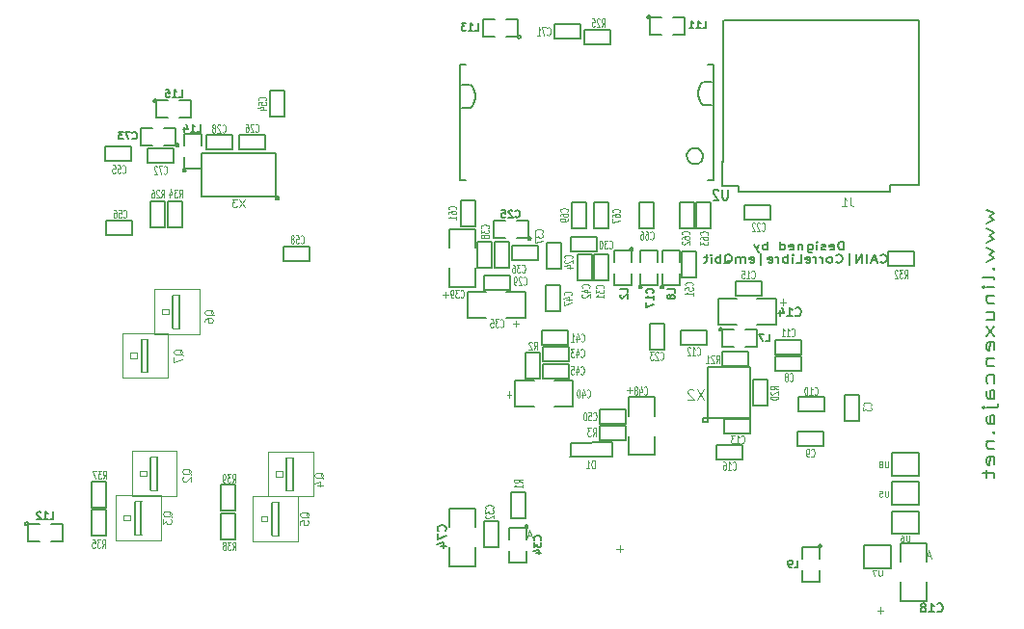
<source format=gbo>
G04 (created by PCBNEW-RS274X (2011-07-20 BZR 3052)-testing) date Wed 05 Oct 2011 06:02:34 PM COT*
G01*
G70*
G90*
%MOIN*%
G04 Gerber Fmt 3.4, Leading zero omitted, Abs format*
%FSLAX34Y34*%
G04 APERTURE LIST*
%ADD10C,0.006000*%
%ADD11C,0.007900*%
%ADD12C,0.005900*%
%ADD13C,0.004300*%
%ADD14C,0.004500*%
%ADD15C,0.007000*%
%ADD16C,0.005000*%
%ADD17C,0.008000*%
%ADD18C,0.002600*%
%ADD19C,0.002000*%
%ADD20C,0.003900*%
%ADD21C,0.004000*%
%ADD22C,0.003500*%
G04 APERTURE END LIST*
G54D10*
G54D11*
X67152Y-40543D02*
X67414Y-40663D01*
X67227Y-40783D01*
X67414Y-40903D01*
X67152Y-41023D01*
X67152Y-41203D02*
X67414Y-41323D01*
X67227Y-41443D01*
X67414Y-41563D01*
X67152Y-41683D01*
X67152Y-41863D02*
X67414Y-41983D01*
X67227Y-42103D01*
X67414Y-42223D01*
X67152Y-42343D01*
X67377Y-42583D02*
X67396Y-42613D01*
X67414Y-42583D01*
X67396Y-42553D01*
X67377Y-42583D01*
X67414Y-42583D01*
X67414Y-42973D02*
X67396Y-42913D01*
X67358Y-42883D01*
X67020Y-42883D01*
X67414Y-43213D02*
X67152Y-43213D01*
X67020Y-43213D02*
X67039Y-43183D01*
X67058Y-43213D01*
X67039Y-43243D01*
X67020Y-43213D01*
X67058Y-43213D01*
X67152Y-43513D02*
X67414Y-43513D01*
X67189Y-43513D02*
X67171Y-43543D01*
X67152Y-43603D01*
X67152Y-43693D01*
X67171Y-43753D01*
X67208Y-43783D01*
X67414Y-43783D01*
X67152Y-44353D02*
X67414Y-44353D01*
X67152Y-44083D02*
X67358Y-44083D01*
X67396Y-44113D01*
X67414Y-44173D01*
X67414Y-44263D01*
X67396Y-44323D01*
X67377Y-44353D01*
X67414Y-44593D02*
X67152Y-44923D01*
X67152Y-44593D02*
X67414Y-44923D01*
X67396Y-45403D02*
X67414Y-45343D01*
X67414Y-45223D01*
X67396Y-45163D01*
X67358Y-45133D01*
X67208Y-45133D01*
X67171Y-45163D01*
X67152Y-45223D01*
X67152Y-45343D01*
X67171Y-45403D01*
X67208Y-45433D01*
X67246Y-45433D01*
X67283Y-45133D01*
X67152Y-45703D02*
X67414Y-45703D01*
X67189Y-45703D02*
X67171Y-45733D01*
X67152Y-45793D01*
X67152Y-45883D01*
X67171Y-45943D01*
X67208Y-45973D01*
X67414Y-45973D01*
X67396Y-46543D02*
X67414Y-46483D01*
X67414Y-46363D01*
X67396Y-46303D01*
X67377Y-46273D01*
X67339Y-46243D01*
X67227Y-46243D01*
X67189Y-46273D01*
X67171Y-46303D01*
X67152Y-46363D01*
X67152Y-46483D01*
X67171Y-46543D01*
X67414Y-47083D02*
X67208Y-47083D01*
X67171Y-47053D01*
X67152Y-46993D01*
X67152Y-46873D01*
X67171Y-46813D01*
X67396Y-47083D02*
X67414Y-47023D01*
X67414Y-46873D01*
X67396Y-46813D01*
X67358Y-46783D01*
X67321Y-46783D01*
X67283Y-46813D01*
X67264Y-46873D01*
X67264Y-47023D01*
X67246Y-47083D01*
X67152Y-47383D02*
X67490Y-47383D01*
X67527Y-47353D01*
X67546Y-47293D01*
X67546Y-47263D01*
X67020Y-47383D02*
X67039Y-47353D01*
X67058Y-47383D01*
X67039Y-47413D01*
X67020Y-47383D01*
X67058Y-47383D01*
X67414Y-47953D02*
X67208Y-47953D01*
X67171Y-47923D01*
X67152Y-47863D01*
X67152Y-47743D01*
X67171Y-47683D01*
X67396Y-47953D02*
X67414Y-47893D01*
X67414Y-47743D01*
X67396Y-47683D01*
X67358Y-47653D01*
X67321Y-47653D01*
X67283Y-47683D01*
X67264Y-47743D01*
X67264Y-47893D01*
X67246Y-47953D01*
X67377Y-48253D02*
X67396Y-48283D01*
X67414Y-48253D01*
X67396Y-48223D01*
X67377Y-48253D01*
X67414Y-48253D01*
X67152Y-48553D02*
X67414Y-48553D01*
X67189Y-48553D02*
X67171Y-48583D01*
X67152Y-48643D01*
X67152Y-48733D01*
X67171Y-48793D01*
X67208Y-48823D01*
X67414Y-48823D01*
X67396Y-49363D02*
X67414Y-49303D01*
X67414Y-49183D01*
X67396Y-49123D01*
X67358Y-49093D01*
X67208Y-49093D01*
X67171Y-49123D01*
X67152Y-49183D01*
X67152Y-49303D01*
X67171Y-49363D01*
X67208Y-49393D01*
X67246Y-49393D01*
X67283Y-49093D01*
X67152Y-49573D02*
X67152Y-49813D01*
X67020Y-49663D02*
X67358Y-49663D01*
X67396Y-49693D01*
X67414Y-49753D01*
X67414Y-49813D01*
G54D12*
X62221Y-41931D02*
X62221Y-41655D01*
X62136Y-41655D01*
X62086Y-41668D01*
X62052Y-41694D01*
X62035Y-41720D01*
X62018Y-41773D01*
X62018Y-41812D01*
X62035Y-41865D01*
X62052Y-41891D01*
X62086Y-41918D01*
X62136Y-41931D01*
X62221Y-41931D01*
X61732Y-41918D02*
X61766Y-41931D01*
X61833Y-41931D01*
X61867Y-41918D01*
X61884Y-41891D01*
X61884Y-41786D01*
X61867Y-41760D01*
X61833Y-41747D01*
X61766Y-41747D01*
X61732Y-41760D01*
X61715Y-41786D01*
X61715Y-41812D01*
X61884Y-41839D01*
X61581Y-41918D02*
X61547Y-41931D01*
X61479Y-41931D01*
X61446Y-41918D01*
X61429Y-41891D01*
X61429Y-41878D01*
X61446Y-41852D01*
X61479Y-41839D01*
X61530Y-41839D01*
X61564Y-41826D01*
X61581Y-41799D01*
X61581Y-41786D01*
X61564Y-41760D01*
X61530Y-41747D01*
X61479Y-41747D01*
X61446Y-41760D01*
X61277Y-41931D02*
X61277Y-41747D01*
X61277Y-41655D02*
X61294Y-41668D01*
X61277Y-41681D01*
X61260Y-41668D01*
X61277Y-41655D01*
X61277Y-41681D01*
X60956Y-41747D02*
X60956Y-41970D01*
X60973Y-41996D01*
X60990Y-42010D01*
X61023Y-42023D01*
X61074Y-42023D01*
X61108Y-42010D01*
X60956Y-41918D02*
X60990Y-41931D01*
X61057Y-41931D01*
X61091Y-41918D01*
X61108Y-41904D01*
X61125Y-41878D01*
X61125Y-41799D01*
X61108Y-41773D01*
X61091Y-41760D01*
X61057Y-41747D01*
X60990Y-41747D01*
X60956Y-41760D01*
X60788Y-41747D02*
X60788Y-41931D01*
X60788Y-41773D02*
X60771Y-41760D01*
X60737Y-41747D01*
X60687Y-41747D01*
X60653Y-41760D01*
X60636Y-41786D01*
X60636Y-41931D01*
X60333Y-41918D02*
X60367Y-41931D01*
X60434Y-41931D01*
X60468Y-41918D01*
X60485Y-41891D01*
X60485Y-41786D01*
X60468Y-41760D01*
X60434Y-41747D01*
X60367Y-41747D01*
X60333Y-41760D01*
X60316Y-41786D01*
X60316Y-41812D01*
X60485Y-41839D01*
X60013Y-41931D02*
X60013Y-41655D01*
X60013Y-41918D02*
X60047Y-41931D01*
X60114Y-41931D01*
X60148Y-41918D01*
X60165Y-41904D01*
X60182Y-41878D01*
X60182Y-41799D01*
X60165Y-41773D01*
X60148Y-41760D01*
X60114Y-41747D01*
X60047Y-41747D01*
X60013Y-41760D01*
X59575Y-41931D02*
X59575Y-41655D01*
X59575Y-41760D02*
X59541Y-41747D01*
X59474Y-41747D01*
X59440Y-41760D01*
X59423Y-41773D01*
X59406Y-41799D01*
X59406Y-41878D01*
X59423Y-41904D01*
X59440Y-41918D01*
X59474Y-41931D01*
X59541Y-41931D01*
X59575Y-41918D01*
X59288Y-41747D02*
X59204Y-41931D01*
X59120Y-41747D02*
X59204Y-41931D01*
X59238Y-41996D01*
X59255Y-42010D01*
X59288Y-42023D01*
X63475Y-42349D02*
X63492Y-42363D01*
X63543Y-42376D01*
X63577Y-42376D01*
X63627Y-42363D01*
X63661Y-42336D01*
X63678Y-42310D01*
X63695Y-42257D01*
X63695Y-42218D01*
X63678Y-42165D01*
X63661Y-42139D01*
X63627Y-42113D01*
X63577Y-42100D01*
X63543Y-42100D01*
X63492Y-42113D01*
X63475Y-42126D01*
X63341Y-42297D02*
X63172Y-42297D01*
X63374Y-42376D02*
X63256Y-42100D01*
X63138Y-42376D01*
X63021Y-42376D02*
X63021Y-42100D01*
X62852Y-42376D02*
X62852Y-42100D01*
X62649Y-42376D01*
X62649Y-42100D01*
X62396Y-42468D02*
X62396Y-42073D01*
X61941Y-42349D02*
X61958Y-42363D01*
X62009Y-42376D01*
X62043Y-42376D01*
X62093Y-42363D01*
X62127Y-42336D01*
X62144Y-42310D01*
X62161Y-42257D01*
X62161Y-42218D01*
X62144Y-42165D01*
X62127Y-42139D01*
X62093Y-42113D01*
X62043Y-42100D01*
X62009Y-42100D01*
X61958Y-42113D01*
X61941Y-42126D01*
X61739Y-42376D02*
X61773Y-42363D01*
X61790Y-42349D01*
X61807Y-42323D01*
X61807Y-42244D01*
X61790Y-42218D01*
X61773Y-42205D01*
X61739Y-42192D01*
X61689Y-42192D01*
X61655Y-42205D01*
X61638Y-42218D01*
X61621Y-42244D01*
X61621Y-42323D01*
X61638Y-42349D01*
X61655Y-42363D01*
X61689Y-42376D01*
X61739Y-42376D01*
X61470Y-42376D02*
X61470Y-42192D01*
X61470Y-42244D02*
X61453Y-42218D01*
X61436Y-42205D01*
X61402Y-42192D01*
X61369Y-42192D01*
X61251Y-42376D02*
X61251Y-42192D01*
X61251Y-42244D02*
X61234Y-42218D01*
X61217Y-42205D01*
X61183Y-42192D01*
X61150Y-42192D01*
X60897Y-42363D02*
X60931Y-42376D01*
X60998Y-42376D01*
X61032Y-42363D01*
X61049Y-42336D01*
X61049Y-42231D01*
X61032Y-42205D01*
X60998Y-42192D01*
X60931Y-42192D01*
X60897Y-42205D01*
X60880Y-42231D01*
X60880Y-42257D01*
X61049Y-42284D01*
X60560Y-42376D02*
X60729Y-42376D01*
X60729Y-42100D01*
X60442Y-42376D02*
X60442Y-42192D01*
X60442Y-42100D02*
X60459Y-42113D01*
X60442Y-42126D01*
X60425Y-42113D01*
X60442Y-42100D01*
X60442Y-42126D01*
X60273Y-42376D02*
X60273Y-42100D01*
X60273Y-42205D02*
X60239Y-42192D01*
X60172Y-42192D01*
X60138Y-42205D01*
X60121Y-42218D01*
X60104Y-42244D01*
X60104Y-42323D01*
X60121Y-42349D01*
X60138Y-42363D01*
X60172Y-42376D01*
X60239Y-42376D01*
X60273Y-42363D01*
X59953Y-42376D02*
X59953Y-42192D01*
X59953Y-42244D02*
X59936Y-42218D01*
X59919Y-42205D01*
X59885Y-42192D01*
X59852Y-42192D01*
X59599Y-42363D02*
X59633Y-42376D01*
X59700Y-42376D01*
X59734Y-42363D01*
X59751Y-42336D01*
X59751Y-42231D01*
X59734Y-42205D01*
X59700Y-42192D01*
X59633Y-42192D01*
X59599Y-42205D01*
X59582Y-42231D01*
X59582Y-42257D01*
X59751Y-42284D01*
X59346Y-42468D02*
X59346Y-42073D01*
X58959Y-42363D02*
X58993Y-42376D01*
X59060Y-42376D01*
X59094Y-42363D01*
X59111Y-42336D01*
X59111Y-42231D01*
X59094Y-42205D01*
X59060Y-42192D01*
X58993Y-42192D01*
X58959Y-42205D01*
X58942Y-42231D01*
X58942Y-42257D01*
X59111Y-42284D01*
X58791Y-42376D02*
X58791Y-42192D01*
X58791Y-42218D02*
X58774Y-42205D01*
X58740Y-42192D01*
X58690Y-42192D01*
X58656Y-42205D01*
X58639Y-42231D01*
X58639Y-42376D01*
X58639Y-42231D02*
X58622Y-42205D01*
X58588Y-42192D01*
X58538Y-42192D01*
X58504Y-42205D01*
X58487Y-42231D01*
X58487Y-42376D01*
X58083Y-42402D02*
X58116Y-42389D01*
X58150Y-42363D01*
X58201Y-42323D01*
X58234Y-42310D01*
X58268Y-42310D01*
X58251Y-42376D02*
X58285Y-42363D01*
X58319Y-42336D01*
X58336Y-42284D01*
X58336Y-42192D01*
X58319Y-42139D01*
X58285Y-42113D01*
X58251Y-42100D01*
X58184Y-42100D01*
X58150Y-42113D01*
X58116Y-42139D01*
X58100Y-42192D01*
X58100Y-42284D01*
X58116Y-42336D01*
X58150Y-42363D01*
X58184Y-42376D01*
X58251Y-42376D01*
X57948Y-42376D02*
X57948Y-42100D01*
X57948Y-42205D02*
X57914Y-42192D01*
X57847Y-42192D01*
X57813Y-42205D01*
X57796Y-42218D01*
X57779Y-42244D01*
X57779Y-42323D01*
X57796Y-42349D01*
X57813Y-42363D01*
X57847Y-42376D01*
X57914Y-42376D01*
X57948Y-42363D01*
X57628Y-42376D02*
X57628Y-42192D01*
X57628Y-42100D02*
X57645Y-42113D01*
X57628Y-42126D01*
X57611Y-42113D01*
X57628Y-42100D01*
X57628Y-42126D01*
X57509Y-42192D02*
X57374Y-42192D01*
X57459Y-42100D02*
X57459Y-42336D01*
X57442Y-42363D01*
X57408Y-42376D01*
X57374Y-42376D01*
G54D13*
X65219Y-52533D02*
X65088Y-52533D01*
X65246Y-52612D02*
X65154Y-52336D01*
X65062Y-52612D01*
X51419Y-51828D02*
X51288Y-51828D01*
X51446Y-51907D02*
X51354Y-51631D01*
X51262Y-51907D01*
X51419Y-51828D02*
X51288Y-51828D01*
X51446Y-51907D02*
X51354Y-51631D01*
X51262Y-51907D01*
X60211Y-43747D02*
X60001Y-43747D01*
X60106Y-43852D02*
X60106Y-43641D01*
X63585Y-54413D02*
X63375Y-54413D01*
X63480Y-54518D02*
X63480Y-54307D01*
X54562Y-52279D02*
X54352Y-52279D01*
X54457Y-52384D02*
X54457Y-52173D01*
X48542Y-43487D02*
X48332Y-43487D01*
X48437Y-43592D02*
X48437Y-43381D01*
X54904Y-46802D02*
X54694Y-46802D01*
X54799Y-46907D02*
X54799Y-46696D01*
X50971Y-44487D02*
X50761Y-44487D01*
X50866Y-44592D02*
X50866Y-44381D01*
G54D14*
X50718Y-46944D02*
X50581Y-46944D01*
X50650Y-47050D02*
X50650Y-46837D01*
G54D11*
X52752Y-49107D02*
X54205Y-49103D01*
X54216Y-49083D02*
X54216Y-48607D01*
X54216Y-48607D02*
X52756Y-48611D01*
X52756Y-48611D02*
X52756Y-49071D01*
G54D15*
X58026Y-38889D02*
X58026Y-34029D01*
X58026Y-34029D02*
X58076Y-33979D01*
X58076Y-33979D02*
X64816Y-33979D01*
X64816Y-33979D02*
X64816Y-39689D01*
X64816Y-39689D02*
X63806Y-39689D01*
X63806Y-39689D02*
X63806Y-39919D01*
X63806Y-39919D02*
X58576Y-39919D01*
X58576Y-39919D02*
X58576Y-39709D01*
X58576Y-39709D02*
X58016Y-39709D01*
X58016Y-39709D02*
X58016Y-38859D01*
G54D16*
X54913Y-41917D02*
X54912Y-41926D01*
X54909Y-41936D01*
X54904Y-41944D01*
X54898Y-41952D01*
X54890Y-41958D01*
X54882Y-41963D01*
X54873Y-41965D01*
X54863Y-41966D01*
X54854Y-41966D01*
X54845Y-41963D01*
X54836Y-41958D01*
X54829Y-41952D01*
X54822Y-41945D01*
X54818Y-41936D01*
X54815Y-41927D01*
X54814Y-41917D01*
X54814Y-41908D01*
X54817Y-41899D01*
X54821Y-41890D01*
X54828Y-41883D01*
X54835Y-41876D01*
X54843Y-41872D01*
X54853Y-41869D01*
X54862Y-41868D01*
X54871Y-41868D01*
X54881Y-41871D01*
X54889Y-41875D01*
X54897Y-41881D01*
X54903Y-41889D01*
X54908Y-41897D01*
X54911Y-41906D01*
X54912Y-41916D01*
X54913Y-41917D01*
X54863Y-42367D02*
X54863Y-41967D01*
X54863Y-41967D02*
X54263Y-41967D01*
X54263Y-41967D02*
X54263Y-42367D01*
X54263Y-42767D02*
X54263Y-43167D01*
X54263Y-43167D02*
X54863Y-43167D01*
X54863Y-43167D02*
X54863Y-42767D01*
X64643Y-41994D02*
X63743Y-41994D01*
X63743Y-41994D02*
X63743Y-42494D01*
X63743Y-42494D02*
X64643Y-42494D01*
X64643Y-42494D02*
X64643Y-41994D01*
X62746Y-47856D02*
X62746Y-46956D01*
X62746Y-46956D02*
X62246Y-46956D01*
X62246Y-46956D02*
X62246Y-47856D01*
X62246Y-47856D02*
X62746Y-47856D01*
X50850Y-47371D02*
X50850Y-46471D01*
X50850Y-46471D02*
X51500Y-46471D01*
X52200Y-47371D02*
X52850Y-47371D01*
X52850Y-47371D02*
X52850Y-46471D01*
X52850Y-46471D02*
X52200Y-46471D01*
X51500Y-47371D02*
X50850Y-47371D01*
X54786Y-47035D02*
X55686Y-47035D01*
X55686Y-47035D02*
X55686Y-47685D01*
X54786Y-48385D02*
X54786Y-49035D01*
X54786Y-49035D02*
X55686Y-49035D01*
X55686Y-49035D02*
X55686Y-48385D01*
X54786Y-47685D02*
X54786Y-47035D01*
X51189Y-43385D02*
X51189Y-44285D01*
X51189Y-44285D02*
X50539Y-44285D01*
X49839Y-43385D02*
X49189Y-43385D01*
X49189Y-43385D02*
X49189Y-44285D01*
X49189Y-44285D02*
X49839Y-44285D01*
X50539Y-43385D02*
X51189Y-43385D01*
X49458Y-43217D02*
X48558Y-43217D01*
X48558Y-43217D02*
X48558Y-42567D01*
X49458Y-41867D02*
X49458Y-41217D01*
X49458Y-41217D02*
X48558Y-41217D01*
X48558Y-41217D02*
X48558Y-41867D01*
X49458Y-42567D02*
X49458Y-43217D01*
X53251Y-34817D02*
X54151Y-34817D01*
X54151Y-34817D02*
X54151Y-34317D01*
X54151Y-34317D02*
X53251Y-34317D01*
X53251Y-34317D02*
X53251Y-34817D01*
X53107Y-34140D02*
X52207Y-34140D01*
X52207Y-34140D02*
X52207Y-34640D01*
X52207Y-34640D02*
X53107Y-34640D01*
X53107Y-34640D02*
X53107Y-34140D01*
X48978Y-40219D02*
X48978Y-41119D01*
X48978Y-41119D02*
X49478Y-41119D01*
X49478Y-41119D02*
X49478Y-40219D01*
X49478Y-40219D02*
X48978Y-40219D01*
X56541Y-40302D02*
X56541Y-41202D01*
X56541Y-41202D02*
X57041Y-41202D01*
X57041Y-41202D02*
X57041Y-40302D01*
X57041Y-40302D02*
X56541Y-40302D01*
X57116Y-40302D02*
X57116Y-41202D01*
X57116Y-41202D02*
X57616Y-41202D01*
X57616Y-41202D02*
X57616Y-40302D01*
X57616Y-40302D02*
X57116Y-40302D01*
X52805Y-40298D02*
X52805Y-41198D01*
X52805Y-41198D02*
X53305Y-41198D01*
X53305Y-41198D02*
X53305Y-40298D01*
X53305Y-40298D02*
X52805Y-40298D01*
X53585Y-40298D02*
X53585Y-41198D01*
X53585Y-41198D02*
X54085Y-41198D01*
X54085Y-41198D02*
X54085Y-40298D01*
X54085Y-40298D02*
X53585Y-40298D01*
X55128Y-40302D02*
X55128Y-41202D01*
X55128Y-41202D02*
X55628Y-41202D01*
X55628Y-41202D02*
X55628Y-40302D01*
X55628Y-40302D02*
X55128Y-40302D01*
X55490Y-44475D02*
X55490Y-45375D01*
X55490Y-45375D02*
X55990Y-45375D01*
X55990Y-45375D02*
X55990Y-44475D01*
X55990Y-44475D02*
X55490Y-44475D01*
X50686Y-42817D02*
X49786Y-42817D01*
X49786Y-42817D02*
X49786Y-43317D01*
X49786Y-43317D02*
X50686Y-43317D01*
X50686Y-43317D02*
X50686Y-42817D01*
X49774Y-51330D02*
X49774Y-52230D01*
X49774Y-52230D02*
X50274Y-52230D01*
X50274Y-52230D02*
X50274Y-51330D01*
X50274Y-51330D02*
X49774Y-51330D01*
X50695Y-50330D02*
X50695Y-51230D01*
X50695Y-51230D02*
X51195Y-51230D01*
X51195Y-51230D02*
X51195Y-50330D01*
X51195Y-50330D02*
X50695Y-50330D01*
X51203Y-45492D02*
X51203Y-46392D01*
X51203Y-46392D02*
X51703Y-46392D01*
X51703Y-46392D02*
X51703Y-45492D01*
X51703Y-45492D02*
X51203Y-45492D01*
X51786Y-45211D02*
X52686Y-45211D01*
X52686Y-45211D02*
X52686Y-44711D01*
X52686Y-44711D02*
X51786Y-44711D01*
X51786Y-44711D02*
X51786Y-45211D01*
X51794Y-45806D02*
X52694Y-45806D01*
X52694Y-45806D02*
X52694Y-45306D01*
X52694Y-45306D02*
X51794Y-45306D01*
X51794Y-45306D02*
X51794Y-45806D01*
X51794Y-46393D02*
X52694Y-46393D01*
X52694Y-46393D02*
X52694Y-45893D01*
X52694Y-45893D02*
X51794Y-45893D01*
X51794Y-45893D02*
X51794Y-46393D01*
X53778Y-48522D02*
X54678Y-48522D01*
X54678Y-48522D02*
X54678Y-48022D01*
X54678Y-48022D02*
X53778Y-48022D01*
X53778Y-48022D02*
X53778Y-48522D01*
X53778Y-47947D02*
X54678Y-47947D01*
X54678Y-47947D02*
X54678Y-47447D01*
X54678Y-47447D02*
X53778Y-47447D01*
X53778Y-47447D02*
X53778Y-47947D01*
X58786Y-40907D02*
X59686Y-40907D01*
X59686Y-40907D02*
X59686Y-40407D01*
X59686Y-40407D02*
X58786Y-40407D01*
X58786Y-40407D02*
X58786Y-40907D01*
X52435Y-42596D02*
X52435Y-41696D01*
X52435Y-41696D02*
X51935Y-41696D01*
X51935Y-41696D02*
X51935Y-42596D01*
X51935Y-42596D02*
X52435Y-42596D01*
X54081Y-42981D02*
X54081Y-42081D01*
X54081Y-42081D02*
X53581Y-42081D01*
X53581Y-42081D02*
X53581Y-42981D01*
X53581Y-42981D02*
X54081Y-42981D01*
X53514Y-42981D02*
X53514Y-42081D01*
X53514Y-42081D02*
X53014Y-42081D01*
X53014Y-42081D02*
X53014Y-42981D01*
X53014Y-42981D02*
X53514Y-42981D01*
X50623Y-42569D02*
X50623Y-41669D01*
X50623Y-41669D02*
X50123Y-41669D01*
X50123Y-41669D02*
X50123Y-42569D01*
X50123Y-42569D02*
X50623Y-42569D01*
X51639Y-41805D02*
X50739Y-41805D01*
X50739Y-41805D02*
X50739Y-42305D01*
X50739Y-42305D02*
X51639Y-42305D01*
X51639Y-42305D02*
X51639Y-41805D01*
X50049Y-42569D02*
X50049Y-41669D01*
X50049Y-41669D02*
X49549Y-41669D01*
X49549Y-41669D02*
X49549Y-42569D01*
X49549Y-42569D02*
X50049Y-42569D01*
X51896Y-43152D02*
X51896Y-44052D01*
X51896Y-44052D02*
X52396Y-44052D01*
X52396Y-44052D02*
X52396Y-43152D01*
X52396Y-43152D02*
X51896Y-43152D01*
X52763Y-42006D02*
X53663Y-42006D01*
X53663Y-42006D02*
X53663Y-41506D01*
X53663Y-41506D02*
X52763Y-41506D01*
X52763Y-41506D02*
X52763Y-42006D01*
X57104Y-42895D02*
X57104Y-41995D01*
X57104Y-41995D02*
X56604Y-41995D01*
X56604Y-41995D02*
X56604Y-42895D01*
X56604Y-42895D02*
X57104Y-42895D01*
X57862Y-44541D02*
X57862Y-43641D01*
X57862Y-43641D02*
X58512Y-43641D01*
X59212Y-44541D02*
X59862Y-44541D01*
X59862Y-44541D02*
X59862Y-43641D01*
X59862Y-43641D02*
X59212Y-43641D01*
X58512Y-44541D02*
X57862Y-44541D01*
X59061Y-46436D02*
X59061Y-47336D01*
X59061Y-47336D02*
X59561Y-47336D01*
X59561Y-47336D02*
X59561Y-46436D01*
X59561Y-46436D02*
X59061Y-46436D01*
X58915Y-45467D02*
X58015Y-45467D01*
X58015Y-45467D02*
X58015Y-45967D01*
X58015Y-45967D02*
X58915Y-45967D01*
X58915Y-45967D02*
X58915Y-45467D01*
X57790Y-49179D02*
X58690Y-49179D01*
X58690Y-49179D02*
X58690Y-48679D01*
X58690Y-48679D02*
X57790Y-48679D01*
X57790Y-48679D02*
X57790Y-49179D01*
X60629Y-47537D02*
X61529Y-47537D01*
X61529Y-47537D02*
X61529Y-47037D01*
X61529Y-47037D02*
X60629Y-47037D01*
X60629Y-47037D02*
X60629Y-47537D01*
X59849Y-45557D02*
X60749Y-45557D01*
X60749Y-45557D02*
X60749Y-45057D01*
X60749Y-45057D02*
X59849Y-45057D01*
X59849Y-45057D02*
X59849Y-45557D01*
X60597Y-48719D02*
X61497Y-48719D01*
X61497Y-48719D02*
X61497Y-48219D01*
X61497Y-48219D02*
X60597Y-48219D01*
X60597Y-48219D02*
X60597Y-48719D01*
X59849Y-46128D02*
X60749Y-46128D01*
X60749Y-46128D02*
X60749Y-45628D01*
X60749Y-45628D02*
X59849Y-45628D01*
X59849Y-45628D02*
X59849Y-46128D01*
X57470Y-44719D02*
X56570Y-44719D01*
X56570Y-44719D02*
X56570Y-45219D01*
X56570Y-45219D02*
X57470Y-45219D01*
X57470Y-45219D02*
X57470Y-44719D01*
X58078Y-48281D02*
X58978Y-48281D01*
X58978Y-48281D02*
X58978Y-47781D01*
X58978Y-47781D02*
X58078Y-47781D01*
X58078Y-47781D02*
X58078Y-48281D01*
X58471Y-43514D02*
X59371Y-43514D01*
X59371Y-43514D02*
X59371Y-43014D01*
X59371Y-43014D02*
X58471Y-43014D01*
X58471Y-43014D02*
X58471Y-43514D01*
X61430Y-52188D02*
X61429Y-52197D01*
X61426Y-52207D01*
X61421Y-52215D01*
X61415Y-52223D01*
X61407Y-52229D01*
X61399Y-52234D01*
X61390Y-52236D01*
X61380Y-52237D01*
X61371Y-52237D01*
X61362Y-52234D01*
X61353Y-52229D01*
X61346Y-52223D01*
X61339Y-52216D01*
X61335Y-52207D01*
X61332Y-52198D01*
X61331Y-52188D01*
X61331Y-52179D01*
X61334Y-52170D01*
X61338Y-52161D01*
X61345Y-52154D01*
X61352Y-52147D01*
X61360Y-52143D01*
X61370Y-52140D01*
X61379Y-52139D01*
X61388Y-52139D01*
X61398Y-52142D01*
X61406Y-52146D01*
X61414Y-52152D01*
X61420Y-52160D01*
X61425Y-52168D01*
X61428Y-52177D01*
X61429Y-52187D01*
X61430Y-52188D01*
X61380Y-52638D02*
X61380Y-52238D01*
X61380Y-52238D02*
X60780Y-52238D01*
X60780Y-52238D02*
X60780Y-52638D01*
X60780Y-53038D02*
X60780Y-53438D01*
X60780Y-53438D02*
X61380Y-53438D01*
X61380Y-53438D02*
X61380Y-53038D01*
X55974Y-43221D02*
X55973Y-43230D01*
X55970Y-43240D01*
X55965Y-43248D01*
X55959Y-43256D01*
X55951Y-43262D01*
X55943Y-43267D01*
X55934Y-43269D01*
X55924Y-43270D01*
X55915Y-43270D01*
X55906Y-43267D01*
X55897Y-43262D01*
X55890Y-43256D01*
X55883Y-43249D01*
X55879Y-43240D01*
X55876Y-43231D01*
X55875Y-43221D01*
X55875Y-43212D01*
X55878Y-43203D01*
X55882Y-43194D01*
X55889Y-43187D01*
X55896Y-43180D01*
X55904Y-43176D01*
X55914Y-43173D01*
X55923Y-43172D01*
X55932Y-43172D01*
X55942Y-43175D01*
X55950Y-43179D01*
X55958Y-43185D01*
X55964Y-43193D01*
X55969Y-43201D01*
X55972Y-43210D01*
X55973Y-43220D01*
X55974Y-43221D01*
X55924Y-42771D02*
X55924Y-43171D01*
X55924Y-43171D02*
X56524Y-43171D01*
X56524Y-43171D02*
X56524Y-42771D01*
X56524Y-42371D02*
X56524Y-41971D01*
X56524Y-41971D02*
X55924Y-41971D01*
X55924Y-41971D02*
X55924Y-42371D01*
X57994Y-44688D02*
X57993Y-44697D01*
X57990Y-44707D01*
X57985Y-44715D01*
X57979Y-44723D01*
X57971Y-44729D01*
X57963Y-44734D01*
X57954Y-44736D01*
X57944Y-44737D01*
X57935Y-44737D01*
X57926Y-44734D01*
X57917Y-44729D01*
X57910Y-44723D01*
X57903Y-44716D01*
X57899Y-44707D01*
X57896Y-44698D01*
X57895Y-44688D01*
X57895Y-44679D01*
X57898Y-44670D01*
X57902Y-44661D01*
X57909Y-44654D01*
X57916Y-44647D01*
X57924Y-44643D01*
X57934Y-44640D01*
X57943Y-44639D01*
X57952Y-44639D01*
X57962Y-44642D01*
X57970Y-44646D01*
X57978Y-44652D01*
X57984Y-44660D01*
X57989Y-44668D01*
X57992Y-44677D01*
X57993Y-44687D01*
X57994Y-44688D01*
X58394Y-44688D02*
X57994Y-44688D01*
X57994Y-44688D02*
X57994Y-45288D01*
X57994Y-45288D02*
X58394Y-45288D01*
X58794Y-45288D02*
X59194Y-45288D01*
X59194Y-45288D02*
X59194Y-44688D01*
X59194Y-44688D02*
X58794Y-44688D01*
X55222Y-43221D02*
X55221Y-43230D01*
X55218Y-43240D01*
X55213Y-43248D01*
X55207Y-43256D01*
X55199Y-43262D01*
X55191Y-43267D01*
X55182Y-43269D01*
X55172Y-43270D01*
X55163Y-43270D01*
X55154Y-43267D01*
X55145Y-43262D01*
X55138Y-43256D01*
X55131Y-43249D01*
X55127Y-43240D01*
X55124Y-43231D01*
X55123Y-43221D01*
X55123Y-43212D01*
X55126Y-43203D01*
X55130Y-43194D01*
X55137Y-43187D01*
X55144Y-43180D01*
X55152Y-43176D01*
X55162Y-43173D01*
X55171Y-43172D01*
X55180Y-43172D01*
X55190Y-43175D01*
X55198Y-43179D01*
X55206Y-43185D01*
X55212Y-43193D01*
X55217Y-43201D01*
X55220Y-43210D01*
X55221Y-43220D01*
X55222Y-43221D01*
X55172Y-42771D02*
X55172Y-43171D01*
X55172Y-43171D02*
X55772Y-43171D01*
X55772Y-43171D02*
X55772Y-42771D01*
X55772Y-42371D02*
X55772Y-41971D01*
X55772Y-41971D02*
X55172Y-41971D01*
X55172Y-41971D02*
X55172Y-42371D01*
X65081Y-54083D02*
X64181Y-54083D01*
X64181Y-54083D02*
X64181Y-53433D01*
X65081Y-52733D02*
X65081Y-52083D01*
X65081Y-52083D02*
X64181Y-52083D01*
X64181Y-52083D02*
X64181Y-52733D01*
X65081Y-53433D02*
X65081Y-54083D01*
X64809Y-48969D02*
X64809Y-49755D01*
X64809Y-49755D02*
X63861Y-49755D01*
X63861Y-49755D02*
X63861Y-48969D01*
X63861Y-48969D02*
X64809Y-48969D01*
X62893Y-52945D02*
X62893Y-52159D01*
X62893Y-52159D02*
X63841Y-52159D01*
X63841Y-52159D02*
X63841Y-52945D01*
X63841Y-52945D02*
X62893Y-52945D01*
X64813Y-50981D02*
X64813Y-51767D01*
X64813Y-51767D02*
X63865Y-51767D01*
X63865Y-51767D02*
X63865Y-50981D01*
X63865Y-50981D02*
X64813Y-50981D01*
X64813Y-49961D02*
X64813Y-50747D01*
X64813Y-50747D02*
X63865Y-50747D01*
X63865Y-50747D02*
X63865Y-49961D01*
X63865Y-49961D02*
X64813Y-49961D01*
G54D17*
X57338Y-38691D02*
X57332Y-38744D01*
X57317Y-38796D01*
X57291Y-38844D01*
X57257Y-38886D01*
X57215Y-38921D01*
X57167Y-38947D01*
X57115Y-38963D01*
X57061Y-38968D01*
X57008Y-38964D01*
X56956Y-38948D01*
X56908Y-38923D01*
X56866Y-38889D01*
X56831Y-38848D01*
X56805Y-38800D01*
X56789Y-38748D01*
X56783Y-38694D01*
X56787Y-38641D01*
X56802Y-38589D01*
X56827Y-38541D01*
X56861Y-38498D01*
X56902Y-38463D01*
X56949Y-38437D01*
X57001Y-38420D01*
X57055Y-38414D01*
X57108Y-38418D01*
X57160Y-38432D01*
X57208Y-38457D01*
X57251Y-38490D01*
X57287Y-38531D01*
X57313Y-38578D01*
X57331Y-38630D01*
X57337Y-38684D01*
X57338Y-38691D01*
X57355Y-36919D02*
X57651Y-36919D01*
X57355Y-36132D02*
X57651Y-36132D01*
X49285Y-37018D02*
X48989Y-37018D01*
X49285Y-36230D02*
X48989Y-36230D01*
X49302Y-37017D02*
X49335Y-36982D01*
X49365Y-36943D01*
X49391Y-36902D01*
X49413Y-36859D01*
X49432Y-36814D01*
X49447Y-36768D01*
X49457Y-36720D01*
X49463Y-36672D01*
X49466Y-36624D01*
X49463Y-36576D01*
X49457Y-36528D01*
X49447Y-36480D01*
X49432Y-36434D01*
X49413Y-36389D01*
X49391Y-36346D01*
X49365Y-36305D01*
X49335Y-36266D01*
X49302Y-36231D01*
X57338Y-36133D02*
X57305Y-36168D01*
X57275Y-36207D01*
X57249Y-36248D01*
X57227Y-36291D01*
X57208Y-36336D01*
X57193Y-36382D01*
X57183Y-36430D01*
X57177Y-36478D01*
X57174Y-36526D01*
X57177Y-36574D01*
X57183Y-36622D01*
X57193Y-36670D01*
X57208Y-36716D01*
X57227Y-36761D01*
X57249Y-36804D01*
X57275Y-36845D01*
X57305Y-36884D01*
X57338Y-36919D01*
X57690Y-39510D02*
X57513Y-39510D01*
X48950Y-39510D02*
X49127Y-39510D01*
X48950Y-35510D02*
X49127Y-35510D01*
X57690Y-35510D02*
X57513Y-35510D01*
X57694Y-35510D02*
X57694Y-39510D01*
X48946Y-35510D02*
X48946Y-39510D01*
G54D11*
X57504Y-47890D02*
X57504Y-46000D01*
X57504Y-46000D02*
X58961Y-46000D01*
X58961Y-46000D02*
X58961Y-47771D01*
X58961Y-47771D02*
X57426Y-47771D01*
X57426Y-47771D02*
X57347Y-47771D01*
X57347Y-47771D02*
X57347Y-47890D01*
X57347Y-47890D02*
X57465Y-47890D01*
G54D16*
X51288Y-51504D02*
X51287Y-51513D01*
X51284Y-51523D01*
X51279Y-51531D01*
X51273Y-51539D01*
X51265Y-51545D01*
X51257Y-51550D01*
X51248Y-51552D01*
X51238Y-51553D01*
X51229Y-51553D01*
X51220Y-51550D01*
X51211Y-51545D01*
X51204Y-51539D01*
X51197Y-51532D01*
X51193Y-51523D01*
X51190Y-51514D01*
X51189Y-51504D01*
X51189Y-51495D01*
X51192Y-51486D01*
X51196Y-51477D01*
X51203Y-51470D01*
X51210Y-51463D01*
X51218Y-51459D01*
X51228Y-51456D01*
X51237Y-51455D01*
X51246Y-51455D01*
X51256Y-51458D01*
X51264Y-51462D01*
X51272Y-51468D01*
X51278Y-51476D01*
X51283Y-51484D01*
X51286Y-51493D01*
X51287Y-51503D01*
X51288Y-51504D01*
X51238Y-51954D02*
X51238Y-51554D01*
X51238Y-51554D02*
X50638Y-51554D01*
X50638Y-51554D02*
X50638Y-51954D01*
X50638Y-52354D02*
X50638Y-52754D01*
X50638Y-52754D02*
X51238Y-52754D01*
X51238Y-52754D02*
X51238Y-52354D01*
X51389Y-41540D02*
X51388Y-41549D01*
X51385Y-41559D01*
X51380Y-41567D01*
X51374Y-41575D01*
X51366Y-41581D01*
X51358Y-41586D01*
X51349Y-41588D01*
X51339Y-41589D01*
X51330Y-41589D01*
X51321Y-41586D01*
X51312Y-41581D01*
X51305Y-41575D01*
X51298Y-41568D01*
X51294Y-41559D01*
X51291Y-41550D01*
X51290Y-41540D01*
X51290Y-41531D01*
X51293Y-41522D01*
X51297Y-41513D01*
X51304Y-41506D01*
X51311Y-41499D01*
X51319Y-41495D01*
X51329Y-41492D01*
X51338Y-41491D01*
X51347Y-41491D01*
X51357Y-41494D01*
X51365Y-41498D01*
X51373Y-41504D01*
X51379Y-41512D01*
X51384Y-41520D01*
X51387Y-41529D01*
X51388Y-41539D01*
X51389Y-41540D01*
X50889Y-41540D02*
X51289Y-41540D01*
X51289Y-41540D02*
X51289Y-40940D01*
X51289Y-40940D02*
X50889Y-40940D01*
X50489Y-40940D02*
X50089Y-40940D01*
X50089Y-40940D02*
X50089Y-41540D01*
X50089Y-41540D02*
X50489Y-41540D01*
X51035Y-34560D02*
X51034Y-34569D01*
X51031Y-34579D01*
X51026Y-34587D01*
X51020Y-34595D01*
X51012Y-34601D01*
X51004Y-34606D01*
X50995Y-34608D01*
X50985Y-34609D01*
X50976Y-34609D01*
X50967Y-34606D01*
X50958Y-34601D01*
X50951Y-34595D01*
X50944Y-34588D01*
X50940Y-34579D01*
X50937Y-34570D01*
X50936Y-34560D01*
X50936Y-34551D01*
X50939Y-34542D01*
X50943Y-34533D01*
X50950Y-34526D01*
X50957Y-34519D01*
X50965Y-34515D01*
X50975Y-34512D01*
X50984Y-34511D01*
X50993Y-34511D01*
X51003Y-34514D01*
X51011Y-34518D01*
X51019Y-34524D01*
X51025Y-34532D01*
X51030Y-34540D01*
X51033Y-34549D01*
X51034Y-34559D01*
X51035Y-34560D01*
X50535Y-34560D02*
X50935Y-34560D01*
X50935Y-34560D02*
X50935Y-33960D01*
X50935Y-33960D02*
X50535Y-33960D01*
X50135Y-33960D02*
X49735Y-33960D01*
X49735Y-33960D02*
X49735Y-34560D01*
X49735Y-34560D02*
X50135Y-34560D01*
X34005Y-51413D02*
X34004Y-51422D01*
X34001Y-51432D01*
X33996Y-51440D01*
X33990Y-51448D01*
X33982Y-51454D01*
X33974Y-51459D01*
X33965Y-51461D01*
X33955Y-51462D01*
X33946Y-51462D01*
X33937Y-51459D01*
X33928Y-51454D01*
X33921Y-51448D01*
X33914Y-51441D01*
X33910Y-51432D01*
X33907Y-51423D01*
X33906Y-51413D01*
X33906Y-51404D01*
X33909Y-51395D01*
X33913Y-51386D01*
X33920Y-51379D01*
X33927Y-51372D01*
X33935Y-51368D01*
X33945Y-51365D01*
X33954Y-51364D01*
X33963Y-51364D01*
X33973Y-51367D01*
X33981Y-51371D01*
X33989Y-51377D01*
X33995Y-51385D01*
X34000Y-51393D01*
X34003Y-51402D01*
X34004Y-51412D01*
X34005Y-51413D01*
X34405Y-51413D02*
X34005Y-51413D01*
X34005Y-51413D02*
X34005Y-52013D01*
X34005Y-52013D02*
X34405Y-52013D01*
X34805Y-52013D02*
X35205Y-52013D01*
X35205Y-52013D02*
X35205Y-51413D01*
X35205Y-51413D02*
X34805Y-51413D01*
X55518Y-33881D02*
X55517Y-33890D01*
X55514Y-33900D01*
X55509Y-33908D01*
X55503Y-33916D01*
X55495Y-33922D01*
X55487Y-33927D01*
X55478Y-33929D01*
X55468Y-33930D01*
X55459Y-33930D01*
X55450Y-33927D01*
X55441Y-33922D01*
X55434Y-33916D01*
X55427Y-33909D01*
X55423Y-33900D01*
X55420Y-33891D01*
X55419Y-33881D01*
X55419Y-33872D01*
X55422Y-33863D01*
X55426Y-33854D01*
X55433Y-33847D01*
X55440Y-33840D01*
X55448Y-33836D01*
X55458Y-33833D01*
X55467Y-33832D01*
X55476Y-33832D01*
X55486Y-33835D01*
X55494Y-33839D01*
X55502Y-33845D01*
X55508Y-33853D01*
X55513Y-33861D01*
X55516Y-33870D01*
X55517Y-33880D01*
X55518Y-33881D01*
X55918Y-33881D02*
X55518Y-33881D01*
X55518Y-33881D02*
X55518Y-34481D01*
X55518Y-34481D02*
X55918Y-34481D01*
X56318Y-34481D02*
X56718Y-34481D01*
X56718Y-34481D02*
X56718Y-33881D01*
X56718Y-33881D02*
X56318Y-33881D01*
X38448Y-36770D02*
X38447Y-36779D01*
X38444Y-36789D01*
X38439Y-36797D01*
X38433Y-36805D01*
X38425Y-36811D01*
X38417Y-36816D01*
X38408Y-36818D01*
X38398Y-36819D01*
X38389Y-36819D01*
X38380Y-36816D01*
X38371Y-36811D01*
X38364Y-36805D01*
X38357Y-36798D01*
X38353Y-36789D01*
X38350Y-36780D01*
X38349Y-36770D01*
X38349Y-36761D01*
X38352Y-36752D01*
X38356Y-36743D01*
X38363Y-36736D01*
X38370Y-36729D01*
X38378Y-36725D01*
X38388Y-36722D01*
X38397Y-36721D01*
X38406Y-36721D01*
X38416Y-36724D01*
X38424Y-36728D01*
X38432Y-36734D01*
X38438Y-36742D01*
X38443Y-36750D01*
X38446Y-36759D01*
X38447Y-36769D01*
X38448Y-36770D01*
X38848Y-36770D02*
X38448Y-36770D01*
X38448Y-36770D02*
X38448Y-37370D01*
X38448Y-37370D02*
X38848Y-37370D01*
X39248Y-37370D02*
X39648Y-37370D01*
X39648Y-37370D02*
X39648Y-36770D01*
X39648Y-36770D02*
X39248Y-36770D01*
X39455Y-39189D02*
X39454Y-39198D01*
X39451Y-39208D01*
X39446Y-39216D01*
X39440Y-39224D01*
X39432Y-39230D01*
X39424Y-39235D01*
X39415Y-39237D01*
X39405Y-39238D01*
X39396Y-39238D01*
X39387Y-39235D01*
X39378Y-39230D01*
X39371Y-39224D01*
X39364Y-39217D01*
X39360Y-39208D01*
X39357Y-39199D01*
X39356Y-39189D01*
X39356Y-39180D01*
X39359Y-39171D01*
X39363Y-39162D01*
X39370Y-39155D01*
X39377Y-39148D01*
X39385Y-39144D01*
X39395Y-39141D01*
X39404Y-39140D01*
X39413Y-39140D01*
X39423Y-39143D01*
X39431Y-39147D01*
X39439Y-39153D01*
X39445Y-39161D01*
X39450Y-39169D01*
X39453Y-39178D01*
X39454Y-39188D01*
X39455Y-39189D01*
X39405Y-38739D02*
X39405Y-39139D01*
X39405Y-39139D02*
X40005Y-39139D01*
X40005Y-39139D02*
X40005Y-38739D01*
X40005Y-38339D02*
X40005Y-37939D01*
X40005Y-37939D02*
X39405Y-37939D01*
X39405Y-37939D02*
X39405Y-38339D01*
X39220Y-38311D02*
X39219Y-38320D01*
X39216Y-38330D01*
X39211Y-38338D01*
X39205Y-38346D01*
X39197Y-38352D01*
X39189Y-38357D01*
X39180Y-38359D01*
X39170Y-38360D01*
X39161Y-38360D01*
X39152Y-38357D01*
X39143Y-38352D01*
X39136Y-38346D01*
X39129Y-38339D01*
X39125Y-38330D01*
X39122Y-38321D01*
X39121Y-38311D01*
X39121Y-38302D01*
X39124Y-38293D01*
X39128Y-38284D01*
X39135Y-38277D01*
X39142Y-38270D01*
X39150Y-38266D01*
X39160Y-38263D01*
X39169Y-38262D01*
X39178Y-38262D01*
X39188Y-38265D01*
X39196Y-38269D01*
X39204Y-38275D01*
X39210Y-38283D01*
X39215Y-38291D01*
X39218Y-38300D01*
X39219Y-38310D01*
X39220Y-38311D01*
X38720Y-38311D02*
X39120Y-38311D01*
X39120Y-38311D02*
X39120Y-37711D01*
X39120Y-37711D02*
X38720Y-37711D01*
X38320Y-37711D02*
X37920Y-37711D01*
X37920Y-37711D02*
X37920Y-38311D01*
X37920Y-38311D02*
X38320Y-38311D01*
X41069Y-37966D02*
X40169Y-37966D01*
X40169Y-37966D02*
X40169Y-38466D01*
X40169Y-38466D02*
X41069Y-38466D01*
X41069Y-38466D02*
X41069Y-37966D01*
X41307Y-38466D02*
X42207Y-38466D01*
X42207Y-38466D02*
X42207Y-37966D01*
X42207Y-37966D02*
X41307Y-37966D01*
X41307Y-37966D02*
X41307Y-38466D01*
X39041Y-38415D02*
X38141Y-38415D01*
X38141Y-38415D02*
X38141Y-38915D01*
X38141Y-38915D02*
X39041Y-38915D01*
X39041Y-38915D02*
X39041Y-38415D01*
X42846Y-42316D02*
X43746Y-42316D01*
X43746Y-42316D02*
X43746Y-41816D01*
X43746Y-41816D02*
X42846Y-41816D01*
X42846Y-41816D02*
X42846Y-42316D01*
X37573Y-38360D02*
X36673Y-38360D01*
X36673Y-38360D02*
X36673Y-38860D01*
X36673Y-38860D02*
X37573Y-38860D01*
X37573Y-38860D02*
X37573Y-38360D01*
X37608Y-40923D02*
X36708Y-40923D01*
X36708Y-40923D02*
X36708Y-41423D01*
X36708Y-41423D02*
X37608Y-41423D01*
X37608Y-41423D02*
X37608Y-40923D01*
X39345Y-41162D02*
X39345Y-40262D01*
X39345Y-40262D02*
X38845Y-40262D01*
X38845Y-40262D02*
X38845Y-41162D01*
X38845Y-41162D02*
X39345Y-41162D01*
X38243Y-40262D02*
X38243Y-41162D01*
X38243Y-41162D02*
X38743Y-41162D01*
X38743Y-41162D02*
X38743Y-40262D01*
X38743Y-40262D02*
X38243Y-40262D01*
X48582Y-50882D02*
X49482Y-50882D01*
X49482Y-50882D02*
X49482Y-51532D01*
X48582Y-52232D02*
X48582Y-52882D01*
X48582Y-52882D02*
X49482Y-52882D01*
X49482Y-52882D02*
X49482Y-52232D01*
X48582Y-51532D02*
X48582Y-50882D01*
G54D12*
X42564Y-40105D02*
X40014Y-40105D01*
X40014Y-40105D02*
X40014Y-38605D01*
X40014Y-38605D02*
X42564Y-38605D01*
X42564Y-38605D02*
X42564Y-40105D01*
X42564Y-40105D02*
X42614Y-40105D01*
X42614Y-40105D02*
X42614Y-40205D01*
X42614Y-40205D02*
X42664Y-40205D01*
X42664Y-40205D02*
X42664Y-40105D01*
X42664Y-40105D02*
X42564Y-40105D01*
X42564Y-40105D02*
X42564Y-40205D01*
X42564Y-40205D02*
X42664Y-40205D01*
G54D16*
X42865Y-37320D02*
X42865Y-36420D01*
X42865Y-36420D02*
X42365Y-36420D01*
X42365Y-36420D02*
X42365Y-37320D01*
X42365Y-37320D02*
X42865Y-37320D01*
X36708Y-50859D02*
X36708Y-49959D01*
X36708Y-49959D02*
X36208Y-49959D01*
X36208Y-49959D02*
X36208Y-50859D01*
X36208Y-50859D02*
X36708Y-50859D01*
X36212Y-50940D02*
X36212Y-51840D01*
X36212Y-51840D02*
X36712Y-51840D01*
X36712Y-51840D02*
X36712Y-50940D01*
X36712Y-50940D02*
X36212Y-50940D01*
G54D18*
X37544Y-51114D02*
X37544Y-51294D01*
X37544Y-51294D02*
X37315Y-51294D01*
X37315Y-51114D02*
X37315Y-51294D01*
X37544Y-51114D02*
X37315Y-51114D01*
X37922Y-51778D02*
X37686Y-51778D01*
X37927Y-50626D02*
X37691Y-50626D01*
G54D19*
X37044Y-50428D02*
X37044Y-51980D01*
X38604Y-51980D02*
X38604Y-50428D01*
X38604Y-50428D02*
X37044Y-50428D01*
X37044Y-51980D02*
X38604Y-51980D01*
G54D10*
X37921Y-51767D02*
X37921Y-50649D01*
X37699Y-50645D02*
X37699Y-51763D01*
G54D18*
X38091Y-49583D02*
X38091Y-49763D01*
X38091Y-49763D02*
X37862Y-49763D01*
X37862Y-49583D02*
X37862Y-49763D01*
X38091Y-49583D02*
X37862Y-49583D01*
X38469Y-50247D02*
X38233Y-50247D01*
X38474Y-49095D02*
X38238Y-49095D01*
G54D19*
X37591Y-48897D02*
X37591Y-50449D01*
X39151Y-50449D02*
X39151Y-48897D01*
X39151Y-48897D02*
X37591Y-48897D01*
X37591Y-50449D02*
X39151Y-50449D01*
G54D10*
X38468Y-50236D02*
X38468Y-49118D01*
X38246Y-49114D02*
X38246Y-50232D01*
G54D16*
X40688Y-51042D02*
X40688Y-51942D01*
X40688Y-51942D02*
X41188Y-51942D01*
X41188Y-51942D02*
X41188Y-51042D01*
X41188Y-51042D02*
X40688Y-51042D01*
X41188Y-50954D02*
X41188Y-50054D01*
X41188Y-50054D02*
X40688Y-50054D01*
X40688Y-50054D02*
X40688Y-50954D01*
X40688Y-50954D02*
X41188Y-50954D01*
G54D18*
X42796Y-49603D02*
X42796Y-49783D01*
X42796Y-49783D02*
X42567Y-49783D01*
X42567Y-49603D02*
X42567Y-49783D01*
X42796Y-49603D02*
X42567Y-49603D01*
X43174Y-50267D02*
X42938Y-50267D01*
X43179Y-49115D02*
X42943Y-49115D01*
G54D19*
X42296Y-48917D02*
X42296Y-50469D01*
X43856Y-50469D02*
X43856Y-48917D01*
X43856Y-48917D02*
X42296Y-48917D01*
X42296Y-50469D02*
X43856Y-50469D01*
G54D10*
X43173Y-50256D02*
X43173Y-49138D01*
X42951Y-49134D02*
X42951Y-50252D01*
G54D18*
X42288Y-51150D02*
X42288Y-51330D01*
X42288Y-51330D02*
X42059Y-51330D01*
X42059Y-51150D02*
X42059Y-51330D01*
X42288Y-51150D02*
X42059Y-51150D01*
X42666Y-51814D02*
X42430Y-51814D01*
X42671Y-50662D02*
X42435Y-50662D01*
G54D19*
X41788Y-50464D02*
X41788Y-52016D01*
X43348Y-52016D02*
X43348Y-50464D01*
X43348Y-50464D02*
X41788Y-50464D01*
X41788Y-52016D02*
X43348Y-52016D01*
G54D10*
X42665Y-51803D02*
X42665Y-50685D01*
X42443Y-50681D02*
X42443Y-51799D01*
G54D18*
X37768Y-45503D02*
X37768Y-45683D01*
X37768Y-45683D02*
X37539Y-45683D01*
X37539Y-45503D02*
X37539Y-45683D01*
X37768Y-45503D02*
X37539Y-45503D01*
X38146Y-46167D02*
X37910Y-46167D01*
X38151Y-45015D02*
X37915Y-45015D01*
G54D19*
X37268Y-44817D02*
X37268Y-46369D01*
X38828Y-46369D02*
X38828Y-44817D01*
X38828Y-44817D02*
X37268Y-44817D01*
X37268Y-46369D02*
X38828Y-46369D01*
G54D10*
X38145Y-46156D02*
X38145Y-45038D01*
X37923Y-45034D02*
X37923Y-46152D01*
G54D18*
X38863Y-43986D02*
X38863Y-44166D01*
X38863Y-44166D02*
X38634Y-44166D01*
X38634Y-43986D02*
X38634Y-44166D01*
X38863Y-43986D02*
X38634Y-43986D01*
X39241Y-44650D02*
X39005Y-44650D01*
X39246Y-43498D02*
X39010Y-43498D01*
G54D19*
X38363Y-43300D02*
X38363Y-44852D01*
X39923Y-44852D02*
X39923Y-43300D01*
X39923Y-43300D02*
X38363Y-43300D01*
X38363Y-44852D02*
X39923Y-44852D01*
G54D10*
X39240Y-44639D02*
X39240Y-43521D01*
X39018Y-43517D02*
X39018Y-44635D01*
G54D14*
X53589Y-49495D02*
X53589Y-49215D01*
X53546Y-49215D01*
X53521Y-49229D01*
X53503Y-49255D01*
X53495Y-49282D01*
X53486Y-49335D01*
X53486Y-49375D01*
X53495Y-49429D01*
X53503Y-49455D01*
X53521Y-49482D01*
X53546Y-49495D01*
X53589Y-49495D01*
X53315Y-49495D02*
X53418Y-49495D01*
X53366Y-49495D02*
X53366Y-49215D01*
X53383Y-49255D01*
X53401Y-49282D01*
X53418Y-49295D01*
G54D20*
X62426Y-40139D02*
X62426Y-40336D01*
X62440Y-40375D01*
X62466Y-40402D01*
X62505Y-40415D01*
X62532Y-40415D01*
X62151Y-40415D02*
X62308Y-40415D01*
X62230Y-40415D02*
X62230Y-40139D01*
X62256Y-40178D01*
X62282Y-40204D01*
X62308Y-40218D01*
G54D16*
X54731Y-43404D02*
X54731Y-43285D01*
X54481Y-43285D01*
X54505Y-43475D02*
X54493Y-43487D01*
X54481Y-43510D01*
X54481Y-43570D01*
X54493Y-43594D01*
X54505Y-43606D01*
X54529Y-43617D01*
X54553Y-43617D01*
X54588Y-43606D01*
X54731Y-43463D01*
X54731Y-43617D01*
G54D14*
X64302Y-42919D02*
X64362Y-42786D01*
X64405Y-42919D02*
X64405Y-42639D01*
X64337Y-42639D01*
X64319Y-42653D01*
X64311Y-42666D01*
X64302Y-42693D01*
X64302Y-42733D01*
X64311Y-42759D01*
X64319Y-42773D01*
X64337Y-42786D01*
X64405Y-42786D01*
X64242Y-42639D02*
X64131Y-42639D01*
X64191Y-42746D01*
X64165Y-42746D01*
X64148Y-42759D01*
X64139Y-42773D01*
X64131Y-42799D01*
X64131Y-42866D01*
X64139Y-42893D01*
X64148Y-42906D01*
X64165Y-42919D01*
X64217Y-42919D01*
X64234Y-42906D01*
X64242Y-42893D01*
X64063Y-42666D02*
X64054Y-42653D01*
X64037Y-42639D01*
X63994Y-42639D01*
X63977Y-42653D01*
X63968Y-42666D01*
X63960Y-42693D01*
X63960Y-42719D01*
X63968Y-42759D01*
X64071Y-42919D01*
X63960Y-42919D01*
X63134Y-47333D02*
X63147Y-47324D01*
X63160Y-47298D01*
X63160Y-47281D01*
X63147Y-47256D01*
X63120Y-47238D01*
X63094Y-47230D01*
X63040Y-47221D01*
X63000Y-47221D01*
X62947Y-47230D01*
X62920Y-47238D01*
X62894Y-47256D01*
X62880Y-47281D01*
X62880Y-47298D01*
X62894Y-47324D01*
X62907Y-47333D01*
X62880Y-47393D02*
X62880Y-47504D01*
X62987Y-47444D01*
X62987Y-47470D01*
X63000Y-47487D01*
X63014Y-47496D01*
X63040Y-47504D01*
X63107Y-47504D01*
X63134Y-47496D01*
X63147Y-47487D01*
X63160Y-47470D01*
X63160Y-47418D01*
X63147Y-47401D01*
X63134Y-47393D01*
X53324Y-47016D02*
X53333Y-47029D01*
X53359Y-47042D01*
X53376Y-47042D01*
X53401Y-47029D01*
X53419Y-47002D01*
X53427Y-46976D01*
X53436Y-46922D01*
X53436Y-46882D01*
X53427Y-46829D01*
X53419Y-46802D01*
X53401Y-46776D01*
X53376Y-46762D01*
X53359Y-46762D01*
X53333Y-46776D01*
X53324Y-46789D01*
X53170Y-46856D02*
X53170Y-47042D01*
X53213Y-46749D02*
X53256Y-46949D01*
X53144Y-46949D01*
X53042Y-46762D02*
X53025Y-46762D01*
X53008Y-46776D01*
X52999Y-46789D01*
X52990Y-46816D01*
X52982Y-46869D01*
X52982Y-46936D01*
X52990Y-46989D01*
X52999Y-47016D01*
X53008Y-47029D01*
X53025Y-47042D01*
X53042Y-47042D01*
X53059Y-47029D01*
X53068Y-47016D01*
X53076Y-46989D01*
X53085Y-46936D01*
X53085Y-46869D01*
X53076Y-46816D01*
X53068Y-46789D01*
X53059Y-46776D01*
X53042Y-46762D01*
X55308Y-46926D02*
X55317Y-46939D01*
X55343Y-46952D01*
X55360Y-46952D01*
X55385Y-46939D01*
X55403Y-46912D01*
X55411Y-46886D01*
X55420Y-46832D01*
X55420Y-46792D01*
X55411Y-46739D01*
X55403Y-46712D01*
X55385Y-46686D01*
X55360Y-46672D01*
X55343Y-46672D01*
X55317Y-46686D01*
X55308Y-46699D01*
X55154Y-46766D02*
X55154Y-46952D01*
X55197Y-46659D02*
X55240Y-46859D01*
X55128Y-46859D01*
X55034Y-46792D02*
X55052Y-46779D01*
X55060Y-46766D01*
X55069Y-46739D01*
X55069Y-46726D01*
X55060Y-46699D01*
X55052Y-46686D01*
X55034Y-46672D01*
X55000Y-46672D01*
X54983Y-46686D01*
X54974Y-46699D01*
X54966Y-46726D01*
X54966Y-46739D01*
X54974Y-46766D01*
X54983Y-46779D01*
X55000Y-46792D01*
X55034Y-46792D01*
X55052Y-46806D01*
X55060Y-46819D01*
X55069Y-46846D01*
X55069Y-46899D01*
X55060Y-46926D01*
X55052Y-46939D01*
X55034Y-46952D01*
X55000Y-46952D01*
X54983Y-46939D01*
X54974Y-46926D01*
X54966Y-46899D01*
X54966Y-46846D01*
X54974Y-46819D01*
X54983Y-46806D01*
X55000Y-46792D01*
X50328Y-44595D02*
X50337Y-44608D01*
X50363Y-44621D01*
X50380Y-44621D01*
X50405Y-44608D01*
X50423Y-44581D01*
X50431Y-44555D01*
X50440Y-44501D01*
X50440Y-44461D01*
X50431Y-44408D01*
X50423Y-44381D01*
X50405Y-44355D01*
X50380Y-44341D01*
X50363Y-44341D01*
X50337Y-44355D01*
X50328Y-44368D01*
X50268Y-44341D02*
X50157Y-44341D01*
X50217Y-44448D01*
X50191Y-44448D01*
X50174Y-44461D01*
X50165Y-44475D01*
X50157Y-44501D01*
X50157Y-44568D01*
X50165Y-44595D01*
X50174Y-44608D01*
X50191Y-44621D01*
X50243Y-44621D01*
X50260Y-44608D01*
X50268Y-44595D01*
X49994Y-44341D02*
X50080Y-44341D01*
X50089Y-44475D01*
X50080Y-44461D01*
X50063Y-44448D01*
X50020Y-44448D01*
X50003Y-44461D01*
X49994Y-44475D01*
X49986Y-44501D01*
X49986Y-44568D01*
X49994Y-44595D01*
X50003Y-44608D01*
X50020Y-44621D01*
X50063Y-44621D01*
X50080Y-44608D01*
X50089Y-44595D01*
X48958Y-43571D02*
X48967Y-43584D01*
X48993Y-43597D01*
X49010Y-43597D01*
X49035Y-43584D01*
X49053Y-43557D01*
X49061Y-43531D01*
X49070Y-43477D01*
X49070Y-43437D01*
X49061Y-43384D01*
X49053Y-43357D01*
X49035Y-43331D01*
X49010Y-43317D01*
X48993Y-43317D01*
X48967Y-43331D01*
X48958Y-43344D01*
X48898Y-43317D02*
X48787Y-43317D01*
X48847Y-43424D01*
X48821Y-43424D01*
X48804Y-43437D01*
X48795Y-43451D01*
X48787Y-43477D01*
X48787Y-43544D01*
X48795Y-43571D01*
X48804Y-43584D01*
X48821Y-43597D01*
X48873Y-43597D01*
X48890Y-43584D01*
X48898Y-43571D01*
X48702Y-43597D02*
X48667Y-43597D01*
X48650Y-43584D01*
X48642Y-43571D01*
X48624Y-43531D01*
X48616Y-43477D01*
X48616Y-43371D01*
X48624Y-43344D01*
X48633Y-43331D01*
X48650Y-43317D01*
X48684Y-43317D01*
X48702Y-43331D01*
X48710Y-43344D01*
X48719Y-43371D01*
X48719Y-43437D01*
X48710Y-43464D01*
X48702Y-43477D01*
X48684Y-43491D01*
X48650Y-43491D01*
X48633Y-43477D01*
X48624Y-43464D01*
X48616Y-43437D01*
X53835Y-34219D02*
X53895Y-34086D01*
X53938Y-34219D02*
X53938Y-33939D01*
X53870Y-33939D01*
X53852Y-33953D01*
X53844Y-33966D01*
X53835Y-33993D01*
X53835Y-34033D01*
X53844Y-34059D01*
X53852Y-34073D01*
X53870Y-34086D01*
X53938Y-34086D01*
X53767Y-33966D02*
X53758Y-33953D01*
X53741Y-33939D01*
X53698Y-33939D01*
X53681Y-33953D01*
X53672Y-33966D01*
X53664Y-33993D01*
X53664Y-34019D01*
X53672Y-34059D01*
X53775Y-34219D01*
X53664Y-34219D01*
X53501Y-33939D02*
X53587Y-33939D01*
X53596Y-34073D01*
X53587Y-34059D01*
X53570Y-34046D01*
X53527Y-34046D01*
X53510Y-34059D01*
X53501Y-34073D01*
X53493Y-34099D01*
X53493Y-34166D01*
X53501Y-34193D01*
X53510Y-34206D01*
X53527Y-34219D01*
X53570Y-34219D01*
X53587Y-34206D01*
X53596Y-34193D01*
X51954Y-34485D02*
X51963Y-34498D01*
X51989Y-34511D01*
X52006Y-34511D01*
X52031Y-34498D01*
X52049Y-34471D01*
X52057Y-34445D01*
X52066Y-34391D01*
X52066Y-34351D01*
X52057Y-34298D01*
X52049Y-34271D01*
X52031Y-34245D01*
X52006Y-34231D01*
X51989Y-34231D01*
X51963Y-34245D01*
X51954Y-34258D01*
X51894Y-34231D02*
X51774Y-34231D01*
X51851Y-34511D01*
X51612Y-34511D02*
X51715Y-34511D01*
X51663Y-34511D02*
X51663Y-34231D01*
X51680Y-34271D01*
X51698Y-34298D01*
X51715Y-34311D01*
X48790Y-40537D02*
X48803Y-40528D01*
X48816Y-40502D01*
X48816Y-40485D01*
X48803Y-40460D01*
X48776Y-40442D01*
X48750Y-40434D01*
X48696Y-40425D01*
X48656Y-40425D01*
X48603Y-40434D01*
X48576Y-40442D01*
X48550Y-40460D01*
X48536Y-40485D01*
X48536Y-40502D01*
X48550Y-40528D01*
X48563Y-40537D01*
X48536Y-40691D02*
X48536Y-40657D01*
X48550Y-40640D01*
X48563Y-40631D01*
X48603Y-40614D01*
X48656Y-40605D01*
X48763Y-40605D01*
X48790Y-40614D01*
X48803Y-40622D01*
X48816Y-40640D01*
X48816Y-40674D01*
X48803Y-40691D01*
X48790Y-40700D01*
X48763Y-40708D01*
X48696Y-40708D01*
X48670Y-40700D01*
X48656Y-40691D01*
X48643Y-40674D01*
X48643Y-40640D01*
X48656Y-40622D01*
X48670Y-40614D01*
X48696Y-40605D01*
X48816Y-40879D02*
X48816Y-40776D01*
X48816Y-40828D02*
X48536Y-40828D01*
X48576Y-40811D01*
X48603Y-40793D01*
X48616Y-40776D01*
X56861Y-41406D02*
X56874Y-41397D01*
X56887Y-41371D01*
X56887Y-41354D01*
X56874Y-41329D01*
X56847Y-41311D01*
X56821Y-41303D01*
X56767Y-41294D01*
X56727Y-41294D01*
X56674Y-41303D01*
X56647Y-41311D01*
X56621Y-41329D01*
X56607Y-41354D01*
X56607Y-41371D01*
X56621Y-41397D01*
X56634Y-41406D01*
X56607Y-41560D02*
X56607Y-41526D01*
X56621Y-41509D01*
X56634Y-41500D01*
X56674Y-41483D01*
X56727Y-41474D01*
X56834Y-41474D01*
X56861Y-41483D01*
X56874Y-41491D01*
X56887Y-41509D01*
X56887Y-41543D01*
X56874Y-41560D01*
X56861Y-41569D01*
X56834Y-41577D01*
X56767Y-41577D01*
X56741Y-41569D01*
X56727Y-41560D01*
X56714Y-41543D01*
X56714Y-41509D01*
X56727Y-41491D01*
X56741Y-41483D01*
X56767Y-41474D01*
X56634Y-41645D02*
X56621Y-41654D01*
X56607Y-41671D01*
X56607Y-41714D01*
X56621Y-41731D01*
X56634Y-41740D01*
X56661Y-41748D01*
X56687Y-41748D01*
X56727Y-41740D01*
X56887Y-41637D01*
X56887Y-41748D01*
X57493Y-41413D02*
X57506Y-41404D01*
X57519Y-41378D01*
X57519Y-41361D01*
X57506Y-41336D01*
X57479Y-41318D01*
X57453Y-41310D01*
X57399Y-41301D01*
X57359Y-41301D01*
X57306Y-41310D01*
X57279Y-41318D01*
X57253Y-41336D01*
X57239Y-41361D01*
X57239Y-41378D01*
X57253Y-41404D01*
X57266Y-41413D01*
X57239Y-41567D02*
X57239Y-41533D01*
X57253Y-41516D01*
X57266Y-41507D01*
X57306Y-41490D01*
X57359Y-41481D01*
X57466Y-41481D01*
X57493Y-41490D01*
X57506Y-41498D01*
X57519Y-41516D01*
X57519Y-41550D01*
X57506Y-41567D01*
X57493Y-41576D01*
X57466Y-41584D01*
X57399Y-41584D01*
X57373Y-41576D01*
X57359Y-41567D01*
X57346Y-41550D01*
X57346Y-41516D01*
X57359Y-41498D01*
X57373Y-41490D01*
X57399Y-41481D01*
X57239Y-41644D02*
X57239Y-41755D01*
X57346Y-41695D01*
X57346Y-41721D01*
X57359Y-41738D01*
X57373Y-41747D01*
X57399Y-41755D01*
X57466Y-41755D01*
X57493Y-41747D01*
X57506Y-41738D01*
X57519Y-41721D01*
X57519Y-41669D01*
X57506Y-41652D01*
X57493Y-41644D01*
X52654Y-40613D02*
X52667Y-40604D01*
X52680Y-40578D01*
X52680Y-40561D01*
X52667Y-40536D01*
X52640Y-40518D01*
X52614Y-40510D01*
X52560Y-40501D01*
X52520Y-40501D01*
X52467Y-40510D01*
X52440Y-40518D01*
X52414Y-40536D01*
X52400Y-40561D01*
X52400Y-40578D01*
X52414Y-40604D01*
X52427Y-40613D01*
X52400Y-40767D02*
X52400Y-40733D01*
X52414Y-40716D01*
X52427Y-40707D01*
X52467Y-40690D01*
X52520Y-40681D01*
X52627Y-40681D01*
X52654Y-40690D01*
X52667Y-40698D01*
X52680Y-40716D01*
X52680Y-40750D01*
X52667Y-40767D01*
X52654Y-40776D01*
X52627Y-40784D01*
X52560Y-40784D01*
X52534Y-40776D01*
X52520Y-40767D01*
X52507Y-40750D01*
X52507Y-40716D01*
X52520Y-40698D01*
X52534Y-40690D01*
X52560Y-40681D01*
X52680Y-40869D02*
X52680Y-40904D01*
X52667Y-40921D01*
X52654Y-40929D01*
X52614Y-40947D01*
X52560Y-40955D01*
X52454Y-40955D01*
X52427Y-40947D01*
X52414Y-40938D01*
X52400Y-40921D01*
X52400Y-40887D01*
X52414Y-40869D01*
X52427Y-40861D01*
X52454Y-40852D01*
X52520Y-40852D01*
X52547Y-40861D01*
X52560Y-40869D01*
X52574Y-40887D01*
X52574Y-40921D01*
X52560Y-40938D01*
X52547Y-40947D01*
X52520Y-40955D01*
X54453Y-40637D02*
X54466Y-40628D01*
X54479Y-40602D01*
X54479Y-40585D01*
X54466Y-40560D01*
X54439Y-40542D01*
X54413Y-40534D01*
X54359Y-40525D01*
X54319Y-40525D01*
X54266Y-40534D01*
X54239Y-40542D01*
X54213Y-40560D01*
X54199Y-40585D01*
X54199Y-40602D01*
X54213Y-40628D01*
X54226Y-40637D01*
X54199Y-40791D02*
X54199Y-40757D01*
X54213Y-40740D01*
X54226Y-40731D01*
X54266Y-40714D01*
X54319Y-40705D01*
X54426Y-40705D01*
X54453Y-40714D01*
X54466Y-40722D01*
X54479Y-40740D01*
X54479Y-40774D01*
X54466Y-40791D01*
X54453Y-40800D01*
X54426Y-40808D01*
X54359Y-40808D01*
X54333Y-40800D01*
X54319Y-40791D01*
X54306Y-40774D01*
X54306Y-40740D01*
X54319Y-40722D01*
X54333Y-40714D01*
X54359Y-40705D01*
X54199Y-40868D02*
X54199Y-40988D01*
X54479Y-40911D01*
X55521Y-41552D02*
X55530Y-41565D01*
X55556Y-41578D01*
X55573Y-41578D01*
X55598Y-41565D01*
X55616Y-41538D01*
X55624Y-41512D01*
X55633Y-41458D01*
X55633Y-41418D01*
X55624Y-41365D01*
X55616Y-41338D01*
X55598Y-41312D01*
X55573Y-41298D01*
X55556Y-41298D01*
X55530Y-41312D01*
X55521Y-41325D01*
X55367Y-41298D02*
X55401Y-41298D01*
X55418Y-41312D01*
X55427Y-41325D01*
X55444Y-41365D01*
X55453Y-41418D01*
X55453Y-41525D01*
X55444Y-41552D01*
X55436Y-41565D01*
X55418Y-41578D01*
X55384Y-41578D01*
X55367Y-41565D01*
X55358Y-41552D01*
X55350Y-41525D01*
X55350Y-41458D01*
X55358Y-41432D01*
X55367Y-41418D01*
X55384Y-41405D01*
X55418Y-41405D01*
X55436Y-41418D01*
X55444Y-41432D01*
X55453Y-41458D01*
X55196Y-41298D02*
X55230Y-41298D01*
X55247Y-41312D01*
X55256Y-41325D01*
X55273Y-41365D01*
X55282Y-41418D01*
X55282Y-41525D01*
X55273Y-41552D01*
X55265Y-41565D01*
X55247Y-41578D01*
X55213Y-41578D01*
X55196Y-41565D01*
X55187Y-41552D01*
X55179Y-41525D01*
X55179Y-41458D01*
X55187Y-41432D01*
X55196Y-41418D01*
X55213Y-41405D01*
X55247Y-41405D01*
X55265Y-41418D01*
X55273Y-41432D01*
X55282Y-41458D01*
X55859Y-45717D02*
X55868Y-45730D01*
X55894Y-45743D01*
X55911Y-45743D01*
X55936Y-45730D01*
X55954Y-45703D01*
X55962Y-45677D01*
X55971Y-45623D01*
X55971Y-45583D01*
X55962Y-45530D01*
X55954Y-45503D01*
X55936Y-45477D01*
X55911Y-45463D01*
X55894Y-45463D01*
X55868Y-45477D01*
X55859Y-45490D01*
X55791Y-45490D02*
X55782Y-45477D01*
X55765Y-45463D01*
X55722Y-45463D01*
X55705Y-45477D01*
X55696Y-45490D01*
X55688Y-45517D01*
X55688Y-45543D01*
X55696Y-45583D01*
X55799Y-45743D01*
X55688Y-45743D01*
X55628Y-45463D02*
X55517Y-45463D01*
X55577Y-45570D01*
X55551Y-45570D01*
X55534Y-45583D01*
X55525Y-45597D01*
X55517Y-45623D01*
X55517Y-45690D01*
X55525Y-45717D01*
X55534Y-45730D01*
X55551Y-45743D01*
X55603Y-45743D01*
X55620Y-45730D01*
X55628Y-45717D01*
X51135Y-43123D02*
X51144Y-43136D01*
X51170Y-43149D01*
X51187Y-43149D01*
X51212Y-43136D01*
X51230Y-43109D01*
X51238Y-43083D01*
X51247Y-43029D01*
X51247Y-42989D01*
X51238Y-42936D01*
X51230Y-42909D01*
X51212Y-42883D01*
X51187Y-42869D01*
X51170Y-42869D01*
X51144Y-42883D01*
X51135Y-42896D01*
X51067Y-42896D02*
X51058Y-42883D01*
X51041Y-42869D01*
X50998Y-42869D01*
X50981Y-42883D01*
X50972Y-42896D01*
X50964Y-42923D01*
X50964Y-42949D01*
X50972Y-42989D01*
X51075Y-43149D01*
X50964Y-43149D01*
X50879Y-43149D02*
X50844Y-43149D01*
X50827Y-43136D01*
X50819Y-43123D01*
X50801Y-43083D01*
X50793Y-43029D01*
X50793Y-42923D01*
X50801Y-42896D01*
X50810Y-42883D01*
X50827Y-42869D01*
X50861Y-42869D01*
X50879Y-42883D01*
X50887Y-42896D01*
X50896Y-42923D01*
X50896Y-42989D01*
X50887Y-43016D01*
X50879Y-43029D01*
X50861Y-43043D01*
X50827Y-43043D01*
X50810Y-43029D01*
X50801Y-43016D01*
X50793Y-42989D01*
X50074Y-50881D02*
X50087Y-50872D01*
X50100Y-50846D01*
X50100Y-50829D01*
X50087Y-50804D01*
X50060Y-50786D01*
X50034Y-50778D01*
X49980Y-50769D01*
X49940Y-50769D01*
X49887Y-50778D01*
X49860Y-50786D01*
X49834Y-50804D01*
X49820Y-50829D01*
X49820Y-50846D01*
X49834Y-50872D01*
X49847Y-50881D01*
X49820Y-50941D02*
X49820Y-51052D01*
X49927Y-50992D01*
X49927Y-51018D01*
X49940Y-51035D01*
X49954Y-51044D01*
X49980Y-51052D01*
X50047Y-51052D01*
X50074Y-51044D01*
X50087Y-51035D01*
X50100Y-51018D01*
X50100Y-50966D01*
X50087Y-50949D01*
X50074Y-50941D01*
X49847Y-51120D02*
X49834Y-51129D01*
X49820Y-51146D01*
X49820Y-51189D01*
X49834Y-51206D01*
X49847Y-51215D01*
X49874Y-51223D01*
X49900Y-51223D01*
X49940Y-51215D01*
X50100Y-51112D01*
X50100Y-51223D01*
X51089Y-49992D02*
X50956Y-49932D01*
X51089Y-49889D02*
X50809Y-49889D01*
X50809Y-49957D01*
X50823Y-49975D01*
X50836Y-49983D01*
X50863Y-49992D01*
X50903Y-49992D01*
X50929Y-49983D01*
X50943Y-49975D01*
X50956Y-49957D01*
X50956Y-49889D01*
X51089Y-50163D02*
X51089Y-50060D01*
X51089Y-50112D02*
X50809Y-50112D01*
X50849Y-50095D01*
X50876Y-50077D01*
X50889Y-50060D01*
X51490Y-45400D02*
X51550Y-45267D01*
X51593Y-45400D02*
X51593Y-45120D01*
X51525Y-45120D01*
X51507Y-45134D01*
X51499Y-45147D01*
X51490Y-45174D01*
X51490Y-45214D01*
X51499Y-45240D01*
X51507Y-45254D01*
X51525Y-45267D01*
X51593Y-45267D01*
X51422Y-45147D02*
X51413Y-45134D01*
X51396Y-45120D01*
X51353Y-45120D01*
X51336Y-45134D01*
X51327Y-45147D01*
X51319Y-45174D01*
X51319Y-45200D01*
X51327Y-45240D01*
X51430Y-45400D01*
X51319Y-45400D01*
X53123Y-45091D02*
X53132Y-45104D01*
X53158Y-45117D01*
X53175Y-45117D01*
X53200Y-45104D01*
X53218Y-45077D01*
X53226Y-45051D01*
X53235Y-44997D01*
X53235Y-44957D01*
X53226Y-44904D01*
X53218Y-44877D01*
X53200Y-44851D01*
X53175Y-44837D01*
X53158Y-44837D01*
X53132Y-44851D01*
X53123Y-44864D01*
X52969Y-44931D02*
X52969Y-45117D01*
X53012Y-44824D02*
X53055Y-45024D01*
X52943Y-45024D01*
X52781Y-45117D02*
X52884Y-45117D01*
X52832Y-45117D02*
X52832Y-44837D01*
X52849Y-44877D01*
X52867Y-44904D01*
X52884Y-44917D01*
X53119Y-45622D02*
X53128Y-45635D01*
X53154Y-45648D01*
X53171Y-45648D01*
X53196Y-45635D01*
X53214Y-45608D01*
X53222Y-45582D01*
X53231Y-45528D01*
X53231Y-45488D01*
X53222Y-45435D01*
X53214Y-45408D01*
X53196Y-45382D01*
X53171Y-45368D01*
X53154Y-45368D01*
X53128Y-45382D01*
X53119Y-45395D01*
X52965Y-45462D02*
X52965Y-45648D01*
X53008Y-45355D02*
X53051Y-45555D01*
X52939Y-45555D01*
X52888Y-45368D02*
X52777Y-45368D01*
X52837Y-45475D01*
X52811Y-45475D01*
X52794Y-45488D01*
X52785Y-45502D01*
X52777Y-45528D01*
X52777Y-45595D01*
X52785Y-45622D01*
X52794Y-45635D01*
X52811Y-45648D01*
X52863Y-45648D01*
X52880Y-45635D01*
X52888Y-45622D01*
X53115Y-46221D02*
X53124Y-46234D01*
X53150Y-46247D01*
X53167Y-46247D01*
X53192Y-46234D01*
X53210Y-46207D01*
X53218Y-46181D01*
X53227Y-46127D01*
X53227Y-46087D01*
X53218Y-46034D01*
X53210Y-46007D01*
X53192Y-45981D01*
X53167Y-45967D01*
X53150Y-45967D01*
X53124Y-45981D01*
X53115Y-45994D01*
X52961Y-46061D02*
X52961Y-46247D01*
X53004Y-45954D02*
X53047Y-46154D01*
X52935Y-46154D01*
X52781Y-45967D02*
X52867Y-45967D01*
X52876Y-46101D01*
X52867Y-46087D01*
X52850Y-46074D01*
X52807Y-46074D01*
X52790Y-46087D01*
X52781Y-46101D01*
X52773Y-46127D01*
X52773Y-46194D01*
X52781Y-46221D01*
X52790Y-46234D01*
X52807Y-46247D01*
X52850Y-46247D01*
X52867Y-46234D01*
X52876Y-46221D01*
X53525Y-48381D02*
X53585Y-48248D01*
X53628Y-48381D02*
X53628Y-48101D01*
X53560Y-48101D01*
X53542Y-48115D01*
X53534Y-48128D01*
X53525Y-48155D01*
X53525Y-48195D01*
X53534Y-48221D01*
X53542Y-48235D01*
X53560Y-48248D01*
X53628Y-48248D01*
X53465Y-48101D02*
X53354Y-48101D01*
X53414Y-48208D01*
X53388Y-48208D01*
X53371Y-48221D01*
X53362Y-48235D01*
X53354Y-48261D01*
X53354Y-48328D01*
X53362Y-48355D01*
X53371Y-48368D01*
X53388Y-48381D01*
X53440Y-48381D01*
X53457Y-48368D01*
X53465Y-48355D01*
X53548Y-47811D02*
X53557Y-47824D01*
X53583Y-47837D01*
X53600Y-47837D01*
X53625Y-47824D01*
X53643Y-47797D01*
X53651Y-47771D01*
X53660Y-47717D01*
X53660Y-47677D01*
X53651Y-47624D01*
X53643Y-47597D01*
X53625Y-47571D01*
X53600Y-47557D01*
X53583Y-47557D01*
X53557Y-47571D01*
X53548Y-47584D01*
X53385Y-47557D02*
X53471Y-47557D01*
X53480Y-47691D01*
X53471Y-47677D01*
X53454Y-47664D01*
X53411Y-47664D01*
X53394Y-47677D01*
X53385Y-47691D01*
X53377Y-47717D01*
X53377Y-47784D01*
X53385Y-47811D01*
X53394Y-47824D01*
X53411Y-47837D01*
X53454Y-47837D01*
X53471Y-47824D01*
X53480Y-47811D01*
X53266Y-47557D02*
X53249Y-47557D01*
X53232Y-47571D01*
X53223Y-47584D01*
X53214Y-47611D01*
X53206Y-47664D01*
X53206Y-47731D01*
X53214Y-47784D01*
X53223Y-47811D01*
X53232Y-47824D01*
X53249Y-47837D01*
X53266Y-47837D01*
X53283Y-47824D01*
X53292Y-47811D01*
X53300Y-47784D01*
X53309Y-47731D01*
X53309Y-47664D01*
X53300Y-47611D01*
X53292Y-47584D01*
X53283Y-47571D01*
X53266Y-47557D01*
X59371Y-41252D02*
X59380Y-41265D01*
X59406Y-41278D01*
X59423Y-41278D01*
X59448Y-41265D01*
X59466Y-41238D01*
X59474Y-41212D01*
X59483Y-41158D01*
X59483Y-41118D01*
X59474Y-41065D01*
X59466Y-41038D01*
X59448Y-41012D01*
X59423Y-40998D01*
X59406Y-40998D01*
X59380Y-41012D01*
X59371Y-41025D01*
X59303Y-41025D02*
X59294Y-41012D01*
X59277Y-40998D01*
X59234Y-40998D01*
X59217Y-41012D01*
X59208Y-41025D01*
X59200Y-41052D01*
X59200Y-41078D01*
X59208Y-41118D01*
X59311Y-41278D01*
X59200Y-41278D01*
X59132Y-41025D02*
X59123Y-41012D01*
X59106Y-40998D01*
X59063Y-40998D01*
X59046Y-41012D01*
X59037Y-41025D01*
X59029Y-41052D01*
X59029Y-41078D01*
X59037Y-41118D01*
X59140Y-41278D01*
X59029Y-41278D01*
X52800Y-42224D02*
X52813Y-42215D01*
X52826Y-42189D01*
X52826Y-42172D01*
X52813Y-42147D01*
X52786Y-42129D01*
X52760Y-42121D01*
X52706Y-42112D01*
X52666Y-42112D01*
X52613Y-42121D01*
X52586Y-42129D01*
X52560Y-42147D01*
X52546Y-42172D01*
X52546Y-42189D01*
X52560Y-42215D01*
X52573Y-42224D01*
X52573Y-42292D02*
X52560Y-42301D01*
X52546Y-42318D01*
X52546Y-42361D01*
X52560Y-42378D01*
X52573Y-42387D01*
X52600Y-42395D01*
X52626Y-42395D01*
X52666Y-42387D01*
X52826Y-42284D01*
X52826Y-42395D01*
X52640Y-42549D02*
X52826Y-42549D01*
X52533Y-42506D02*
X52733Y-42463D01*
X52733Y-42575D01*
X53894Y-43255D02*
X53907Y-43246D01*
X53920Y-43220D01*
X53920Y-43203D01*
X53907Y-43178D01*
X53880Y-43160D01*
X53854Y-43152D01*
X53800Y-43143D01*
X53760Y-43143D01*
X53707Y-43152D01*
X53680Y-43160D01*
X53654Y-43178D01*
X53640Y-43203D01*
X53640Y-43220D01*
X53654Y-43246D01*
X53667Y-43255D01*
X53640Y-43315D02*
X53640Y-43426D01*
X53747Y-43366D01*
X53747Y-43392D01*
X53760Y-43409D01*
X53774Y-43418D01*
X53800Y-43426D01*
X53867Y-43426D01*
X53894Y-43418D01*
X53907Y-43409D01*
X53920Y-43392D01*
X53920Y-43340D01*
X53907Y-43323D01*
X53894Y-43315D01*
X53920Y-43597D02*
X53920Y-43494D01*
X53920Y-43546D02*
X53640Y-43546D01*
X53680Y-43529D01*
X53707Y-43511D01*
X53720Y-43494D01*
X54099Y-41863D02*
X54108Y-41876D01*
X54134Y-41889D01*
X54151Y-41889D01*
X54176Y-41876D01*
X54194Y-41849D01*
X54202Y-41823D01*
X54211Y-41769D01*
X54211Y-41729D01*
X54202Y-41676D01*
X54194Y-41649D01*
X54176Y-41623D01*
X54151Y-41609D01*
X54134Y-41609D01*
X54108Y-41623D01*
X54099Y-41636D01*
X54039Y-41609D02*
X53928Y-41609D01*
X53988Y-41716D01*
X53962Y-41716D01*
X53945Y-41729D01*
X53936Y-41743D01*
X53928Y-41769D01*
X53928Y-41836D01*
X53936Y-41863D01*
X53945Y-41876D01*
X53962Y-41889D01*
X54014Y-41889D01*
X54031Y-41876D01*
X54039Y-41863D01*
X53817Y-41609D02*
X53800Y-41609D01*
X53783Y-41623D01*
X53774Y-41636D01*
X53765Y-41663D01*
X53757Y-41716D01*
X53757Y-41783D01*
X53765Y-41836D01*
X53774Y-41863D01*
X53783Y-41876D01*
X53800Y-41889D01*
X53817Y-41889D01*
X53834Y-41876D01*
X53843Y-41863D01*
X53851Y-41836D01*
X53860Y-41783D01*
X53860Y-41716D01*
X53851Y-41663D01*
X53843Y-41636D01*
X53834Y-41623D01*
X53817Y-41609D01*
X51080Y-42697D02*
X51089Y-42710D01*
X51115Y-42723D01*
X51132Y-42723D01*
X51157Y-42710D01*
X51175Y-42683D01*
X51183Y-42657D01*
X51192Y-42603D01*
X51192Y-42563D01*
X51183Y-42510D01*
X51175Y-42483D01*
X51157Y-42457D01*
X51132Y-42443D01*
X51115Y-42443D01*
X51089Y-42457D01*
X51080Y-42470D01*
X51020Y-42443D02*
X50909Y-42443D01*
X50969Y-42550D01*
X50943Y-42550D01*
X50926Y-42563D01*
X50917Y-42577D01*
X50909Y-42603D01*
X50909Y-42670D01*
X50917Y-42697D01*
X50926Y-42710D01*
X50943Y-42723D01*
X50995Y-42723D01*
X51012Y-42710D01*
X51020Y-42697D01*
X50755Y-42443D02*
X50789Y-42443D01*
X50806Y-42457D01*
X50815Y-42470D01*
X50832Y-42510D01*
X50841Y-42563D01*
X50841Y-42670D01*
X50832Y-42697D01*
X50824Y-42710D01*
X50806Y-42723D01*
X50772Y-42723D01*
X50755Y-42710D01*
X50746Y-42697D01*
X50738Y-42670D01*
X50738Y-42603D01*
X50746Y-42577D01*
X50755Y-42563D01*
X50772Y-42550D01*
X50806Y-42550D01*
X50824Y-42563D01*
X50832Y-42577D01*
X50841Y-42603D01*
X51780Y-41342D02*
X51793Y-41333D01*
X51806Y-41307D01*
X51806Y-41290D01*
X51793Y-41265D01*
X51766Y-41247D01*
X51740Y-41239D01*
X51686Y-41230D01*
X51646Y-41230D01*
X51593Y-41239D01*
X51566Y-41247D01*
X51540Y-41265D01*
X51526Y-41290D01*
X51526Y-41307D01*
X51540Y-41333D01*
X51553Y-41342D01*
X51526Y-41402D02*
X51526Y-41513D01*
X51633Y-41453D01*
X51633Y-41479D01*
X51646Y-41496D01*
X51660Y-41505D01*
X51686Y-41513D01*
X51753Y-41513D01*
X51780Y-41505D01*
X51793Y-41496D01*
X51806Y-41479D01*
X51806Y-41427D01*
X51793Y-41410D01*
X51780Y-41402D01*
X51526Y-41573D02*
X51526Y-41693D01*
X51806Y-41616D01*
X49910Y-41184D02*
X49923Y-41175D01*
X49936Y-41149D01*
X49936Y-41132D01*
X49923Y-41107D01*
X49896Y-41089D01*
X49870Y-41081D01*
X49816Y-41072D01*
X49776Y-41072D01*
X49723Y-41081D01*
X49696Y-41089D01*
X49670Y-41107D01*
X49656Y-41132D01*
X49656Y-41149D01*
X49670Y-41175D01*
X49683Y-41184D01*
X49656Y-41244D02*
X49656Y-41355D01*
X49763Y-41295D01*
X49763Y-41321D01*
X49776Y-41338D01*
X49790Y-41347D01*
X49816Y-41355D01*
X49883Y-41355D01*
X49910Y-41347D01*
X49923Y-41338D01*
X49936Y-41321D01*
X49936Y-41269D01*
X49923Y-41252D01*
X49910Y-41244D01*
X49776Y-41458D02*
X49763Y-41440D01*
X49750Y-41432D01*
X49723Y-41423D01*
X49710Y-41423D01*
X49683Y-41432D01*
X49670Y-41440D01*
X49656Y-41458D01*
X49656Y-41492D01*
X49670Y-41509D01*
X49683Y-41518D01*
X49710Y-41526D01*
X49723Y-41526D01*
X49750Y-41518D01*
X49763Y-41509D01*
X49776Y-41492D01*
X49776Y-41458D01*
X49790Y-41440D01*
X49803Y-41432D01*
X49830Y-41423D01*
X49883Y-41423D01*
X49910Y-41432D01*
X49923Y-41440D01*
X49936Y-41458D01*
X49936Y-41492D01*
X49923Y-41509D01*
X49910Y-41518D01*
X49883Y-41526D01*
X49830Y-41526D01*
X49803Y-41518D01*
X49790Y-41509D01*
X49776Y-41492D01*
X52780Y-43499D02*
X52793Y-43490D01*
X52806Y-43464D01*
X52806Y-43447D01*
X52793Y-43422D01*
X52766Y-43404D01*
X52740Y-43396D01*
X52686Y-43387D01*
X52646Y-43387D01*
X52593Y-43396D01*
X52566Y-43404D01*
X52540Y-43422D01*
X52526Y-43447D01*
X52526Y-43464D01*
X52540Y-43490D01*
X52553Y-43499D01*
X52620Y-43653D02*
X52806Y-43653D01*
X52513Y-43610D02*
X52713Y-43567D01*
X52713Y-43679D01*
X52526Y-43730D02*
X52526Y-43850D01*
X52806Y-43773D01*
X53402Y-43243D02*
X53415Y-43234D01*
X53428Y-43208D01*
X53428Y-43191D01*
X53415Y-43166D01*
X53388Y-43148D01*
X53362Y-43140D01*
X53308Y-43131D01*
X53268Y-43131D01*
X53215Y-43140D01*
X53188Y-43148D01*
X53162Y-43166D01*
X53148Y-43191D01*
X53148Y-43208D01*
X53162Y-43234D01*
X53175Y-43243D01*
X53242Y-43397D02*
X53428Y-43397D01*
X53135Y-43354D02*
X53335Y-43311D01*
X53335Y-43423D01*
X53175Y-43482D02*
X53162Y-43491D01*
X53148Y-43508D01*
X53148Y-43551D01*
X53162Y-43568D01*
X53175Y-43577D01*
X53202Y-43585D01*
X53228Y-43585D01*
X53268Y-43577D01*
X53428Y-43474D01*
X53428Y-43585D01*
X56969Y-43172D02*
X56982Y-43163D01*
X56995Y-43137D01*
X56995Y-43120D01*
X56982Y-43095D01*
X56955Y-43077D01*
X56929Y-43069D01*
X56875Y-43060D01*
X56835Y-43060D01*
X56782Y-43069D01*
X56755Y-43077D01*
X56729Y-43095D01*
X56715Y-43120D01*
X56715Y-43137D01*
X56729Y-43163D01*
X56742Y-43172D01*
X56715Y-43335D02*
X56715Y-43249D01*
X56849Y-43240D01*
X56835Y-43249D01*
X56822Y-43266D01*
X56822Y-43309D01*
X56835Y-43326D01*
X56849Y-43335D01*
X56875Y-43343D01*
X56942Y-43343D01*
X56969Y-43335D01*
X56982Y-43326D01*
X56995Y-43309D01*
X56995Y-43266D01*
X56982Y-43249D01*
X56969Y-43240D01*
X56995Y-43514D02*
X56995Y-43411D01*
X56995Y-43463D02*
X56715Y-43463D01*
X56755Y-43446D01*
X56782Y-43428D01*
X56795Y-43411D01*
G54D16*
X60539Y-44207D02*
X60553Y-44221D01*
X60596Y-44235D01*
X60625Y-44235D01*
X60668Y-44221D01*
X60696Y-44193D01*
X60711Y-44164D01*
X60725Y-44107D01*
X60725Y-44064D01*
X60711Y-44007D01*
X60696Y-43978D01*
X60668Y-43950D01*
X60625Y-43935D01*
X60596Y-43935D01*
X60553Y-43950D01*
X60539Y-43964D01*
X60253Y-44235D02*
X60425Y-44235D01*
X60339Y-44235D02*
X60339Y-43935D01*
X60368Y-43978D01*
X60396Y-44007D01*
X60425Y-44021D01*
X59996Y-44035D02*
X59996Y-44235D01*
X60067Y-43921D02*
X60139Y-44135D01*
X59953Y-44135D01*
G54D14*
X59944Y-46771D02*
X59811Y-46711D01*
X59944Y-46668D02*
X59664Y-46668D01*
X59664Y-46736D01*
X59678Y-46754D01*
X59691Y-46762D01*
X59718Y-46771D01*
X59758Y-46771D01*
X59784Y-46762D01*
X59798Y-46754D01*
X59811Y-46736D01*
X59811Y-46668D01*
X59691Y-46839D02*
X59678Y-46848D01*
X59664Y-46865D01*
X59664Y-46908D01*
X59678Y-46925D01*
X59691Y-46934D01*
X59718Y-46942D01*
X59744Y-46942D01*
X59784Y-46934D01*
X59944Y-46831D01*
X59944Y-46942D01*
X59664Y-47053D02*
X59664Y-47070D01*
X59678Y-47087D01*
X59691Y-47096D01*
X59718Y-47105D01*
X59771Y-47113D01*
X59838Y-47113D01*
X59891Y-47105D01*
X59918Y-47096D01*
X59931Y-47087D01*
X59944Y-47070D01*
X59944Y-47053D01*
X59931Y-47036D01*
X59918Y-47027D01*
X59891Y-47019D01*
X59838Y-47010D01*
X59771Y-47010D01*
X59718Y-47019D01*
X59691Y-47027D01*
X59678Y-47036D01*
X59664Y-47053D01*
X57792Y-45857D02*
X57852Y-45724D01*
X57895Y-45857D02*
X57895Y-45577D01*
X57827Y-45577D01*
X57809Y-45591D01*
X57801Y-45604D01*
X57792Y-45631D01*
X57792Y-45671D01*
X57801Y-45697D01*
X57809Y-45711D01*
X57827Y-45724D01*
X57895Y-45724D01*
X57724Y-45604D02*
X57715Y-45591D01*
X57698Y-45577D01*
X57655Y-45577D01*
X57638Y-45591D01*
X57629Y-45604D01*
X57621Y-45631D01*
X57621Y-45657D01*
X57629Y-45697D01*
X57732Y-45857D01*
X57621Y-45857D01*
X57450Y-45857D02*
X57553Y-45857D01*
X57501Y-45857D02*
X57501Y-45577D01*
X57518Y-45617D01*
X57536Y-45644D01*
X57553Y-45657D01*
X58371Y-49528D02*
X58380Y-49541D01*
X58406Y-49554D01*
X58423Y-49554D01*
X58448Y-49541D01*
X58466Y-49514D01*
X58474Y-49488D01*
X58483Y-49434D01*
X58483Y-49394D01*
X58474Y-49341D01*
X58466Y-49314D01*
X58448Y-49288D01*
X58423Y-49274D01*
X58406Y-49274D01*
X58380Y-49288D01*
X58371Y-49301D01*
X58200Y-49554D02*
X58303Y-49554D01*
X58251Y-49554D02*
X58251Y-49274D01*
X58268Y-49314D01*
X58286Y-49341D01*
X58303Y-49354D01*
X58046Y-49274D02*
X58080Y-49274D01*
X58097Y-49288D01*
X58106Y-49301D01*
X58123Y-49341D01*
X58132Y-49394D01*
X58132Y-49501D01*
X58123Y-49528D01*
X58115Y-49541D01*
X58097Y-49554D01*
X58063Y-49554D01*
X58046Y-49541D01*
X58037Y-49528D01*
X58029Y-49501D01*
X58029Y-49434D01*
X58037Y-49408D01*
X58046Y-49394D01*
X58063Y-49381D01*
X58097Y-49381D01*
X58115Y-49394D01*
X58123Y-49408D01*
X58132Y-49434D01*
X61190Y-46933D02*
X61199Y-46946D01*
X61225Y-46959D01*
X61242Y-46959D01*
X61267Y-46946D01*
X61285Y-46919D01*
X61293Y-46893D01*
X61302Y-46839D01*
X61302Y-46799D01*
X61293Y-46746D01*
X61285Y-46719D01*
X61267Y-46693D01*
X61242Y-46679D01*
X61225Y-46679D01*
X61199Y-46693D01*
X61190Y-46706D01*
X61019Y-46959D02*
X61122Y-46959D01*
X61070Y-46959D02*
X61070Y-46679D01*
X61087Y-46719D01*
X61105Y-46746D01*
X61122Y-46759D01*
X60908Y-46679D02*
X60891Y-46679D01*
X60874Y-46693D01*
X60865Y-46706D01*
X60856Y-46733D01*
X60848Y-46786D01*
X60848Y-46853D01*
X60856Y-46906D01*
X60865Y-46933D01*
X60874Y-46946D01*
X60891Y-46959D01*
X60908Y-46959D01*
X60925Y-46946D01*
X60934Y-46933D01*
X60942Y-46906D01*
X60951Y-46853D01*
X60951Y-46786D01*
X60942Y-46733D01*
X60934Y-46706D01*
X60925Y-46693D01*
X60908Y-46679D01*
X60406Y-44914D02*
X60415Y-44927D01*
X60441Y-44940D01*
X60458Y-44940D01*
X60483Y-44927D01*
X60501Y-44900D01*
X60509Y-44874D01*
X60518Y-44820D01*
X60518Y-44780D01*
X60509Y-44727D01*
X60501Y-44700D01*
X60483Y-44674D01*
X60458Y-44660D01*
X60441Y-44660D01*
X60415Y-44674D01*
X60406Y-44687D01*
X60235Y-44940D02*
X60338Y-44940D01*
X60286Y-44940D02*
X60286Y-44660D01*
X60303Y-44700D01*
X60321Y-44727D01*
X60338Y-44740D01*
X60064Y-44940D02*
X60167Y-44940D01*
X60115Y-44940D02*
X60115Y-44660D01*
X60132Y-44700D01*
X60150Y-44727D01*
X60167Y-44740D01*
X61084Y-49075D02*
X61093Y-49088D01*
X61119Y-49101D01*
X61136Y-49101D01*
X61161Y-49088D01*
X61179Y-49061D01*
X61187Y-49035D01*
X61196Y-48981D01*
X61196Y-48941D01*
X61187Y-48888D01*
X61179Y-48861D01*
X61161Y-48835D01*
X61136Y-48821D01*
X61119Y-48821D01*
X61093Y-48835D01*
X61084Y-48848D01*
X60999Y-49101D02*
X60964Y-49101D01*
X60947Y-49088D01*
X60939Y-49075D01*
X60921Y-49035D01*
X60913Y-48981D01*
X60913Y-48875D01*
X60921Y-48848D01*
X60930Y-48835D01*
X60947Y-48821D01*
X60981Y-48821D01*
X60999Y-48835D01*
X61007Y-48848D01*
X61016Y-48875D01*
X61016Y-48941D01*
X61007Y-48968D01*
X60999Y-48981D01*
X60981Y-48995D01*
X60947Y-48995D01*
X60930Y-48981D01*
X60921Y-48968D01*
X60913Y-48941D01*
X60340Y-46457D02*
X60349Y-46470D01*
X60375Y-46483D01*
X60392Y-46483D01*
X60417Y-46470D01*
X60435Y-46443D01*
X60443Y-46417D01*
X60452Y-46363D01*
X60452Y-46323D01*
X60443Y-46270D01*
X60435Y-46243D01*
X60417Y-46217D01*
X60392Y-46203D01*
X60375Y-46203D01*
X60349Y-46217D01*
X60340Y-46230D01*
X60237Y-46323D02*
X60255Y-46310D01*
X60263Y-46297D01*
X60272Y-46270D01*
X60272Y-46257D01*
X60263Y-46230D01*
X60255Y-46217D01*
X60237Y-46203D01*
X60203Y-46203D01*
X60186Y-46217D01*
X60177Y-46230D01*
X60169Y-46257D01*
X60169Y-46270D01*
X60177Y-46297D01*
X60186Y-46310D01*
X60203Y-46323D01*
X60237Y-46323D01*
X60255Y-46337D01*
X60263Y-46350D01*
X60272Y-46377D01*
X60272Y-46430D01*
X60263Y-46457D01*
X60255Y-46470D01*
X60237Y-46483D01*
X60203Y-46483D01*
X60186Y-46470D01*
X60177Y-46457D01*
X60169Y-46430D01*
X60169Y-46377D01*
X60177Y-46350D01*
X60186Y-46337D01*
X60203Y-46323D01*
X57135Y-45556D02*
X57144Y-45569D01*
X57170Y-45582D01*
X57187Y-45582D01*
X57212Y-45569D01*
X57230Y-45542D01*
X57238Y-45516D01*
X57247Y-45462D01*
X57247Y-45422D01*
X57238Y-45369D01*
X57230Y-45342D01*
X57212Y-45316D01*
X57187Y-45302D01*
X57170Y-45302D01*
X57144Y-45316D01*
X57135Y-45329D01*
X56964Y-45582D02*
X57067Y-45582D01*
X57015Y-45582D02*
X57015Y-45302D01*
X57032Y-45342D01*
X57050Y-45369D01*
X57067Y-45382D01*
X56896Y-45329D02*
X56887Y-45316D01*
X56870Y-45302D01*
X56827Y-45302D01*
X56810Y-45316D01*
X56801Y-45329D01*
X56793Y-45356D01*
X56793Y-45382D01*
X56801Y-45422D01*
X56904Y-45582D01*
X56793Y-45582D01*
X58658Y-48614D02*
X58667Y-48627D01*
X58693Y-48640D01*
X58710Y-48640D01*
X58735Y-48627D01*
X58753Y-48600D01*
X58761Y-48574D01*
X58770Y-48520D01*
X58770Y-48480D01*
X58761Y-48427D01*
X58753Y-48400D01*
X58735Y-48374D01*
X58710Y-48360D01*
X58693Y-48360D01*
X58667Y-48374D01*
X58658Y-48387D01*
X58487Y-48640D02*
X58590Y-48640D01*
X58538Y-48640D02*
X58538Y-48360D01*
X58555Y-48400D01*
X58573Y-48427D01*
X58590Y-48440D01*
X58427Y-48360D02*
X58316Y-48360D01*
X58376Y-48467D01*
X58350Y-48467D01*
X58333Y-48480D01*
X58324Y-48494D01*
X58316Y-48520D01*
X58316Y-48587D01*
X58324Y-48614D01*
X58333Y-48627D01*
X58350Y-48640D01*
X58402Y-48640D01*
X58419Y-48627D01*
X58427Y-48614D01*
X59021Y-42902D02*
X59030Y-42915D01*
X59056Y-42928D01*
X59073Y-42928D01*
X59098Y-42915D01*
X59116Y-42888D01*
X59124Y-42862D01*
X59133Y-42808D01*
X59133Y-42768D01*
X59124Y-42715D01*
X59116Y-42688D01*
X59098Y-42662D01*
X59073Y-42648D01*
X59056Y-42648D01*
X59030Y-42662D01*
X59021Y-42675D01*
X58850Y-42928D02*
X58953Y-42928D01*
X58901Y-42928D02*
X58901Y-42648D01*
X58918Y-42688D01*
X58936Y-42715D01*
X58953Y-42728D01*
X58687Y-42648D02*
X58773Y-42648D01*
X58782Y-42782D01*
X58773Y-42768D01*
X58756Y-42755D01*
X58713Y-42755D01*
X58696Y-42768D01*
X58687Y-42782D01*
X58679Y-42808D01*
X58679Y-42875D01*
X58687Y-42902D01*
X58696Y-42915D01*
X58713Y-42928D01*
X58756Y-42928D01*
X58773Y-42915D01*
X58782Y-42902D01*
G54D16*
X60495Y-52931D02*
X60614Y-52931D01*
X60614Y-52681D01*
X60401Y-52931D02*
X60353Y-52931D01*
X60329Y-52919D01*
X60317Y-52907D01*
X60293Y-52872D01*
X60282Y-52824D01*
X60282Y-52729D01*
X60293Y-52705D01*
X60305Y-52693D01*
X60329Y-52681D01*
X60377Y-52681D01*
X60401Y-52693D01*
X60412Y-52705D01*
X60424Y-52729D01*
X60424Y-52788D01*
X60412Y-52812D01*
X60401Y-52824D01*
X60377Y-52836D01*
X60329Y-52836D01*
X60305Y-52824D01*
X60293Y-52812D01*
X60282Y-52788D01*
X56357Y-43416D02*
X56357Y-43297D01*
X56107Y-43297D01*
X56214Y-43534D02*
X56202Y-43510D01*
X56191Y-43499D01*
X56167Y-43487D01*
X56155Y-43487D01*
X56131Y-43499D01*
X56119Y-43510D01*
X56107Y-43534D01*
X56107Y-43582D01*
X56119Y-43606D01*
X56131Y-43618D01*
X56155Y-43629D01*
X56167Y-43629D01*
X56191Y-43618D01*
X56202Y-43606D01*
X56214Y-43582D01*
X56214Y-43534D01*
X56226Y-43510D01*
X56238Y-43499D01*
X56262Y-43487D01*
X56310Y-43487D01*
X56333Y-43499D01*
X56345Y-43510D01*
X56357Y-43534D01*
X56357Y-43582D01*
X56345Y-43606D01*
X56333Y-43618D01*
X56310Y-43629D01*
X56262Y-43629D01*
X56238Y-43618D01*
X56226Y-43606D01*
X56214Y-43582D01*
X59513Y-45097D02*
X59632Y-45097D01*
X59632Y-44847D01*
X59454Y-44847D02*
X59288Y-44847D01*
X59395Y-45097D01*
X55605Y-43430D02*
X55617Y-43418D01*
X55629Y-43383D01*
X55629Y-43359D01*
X55617Y-43323D01*
X55593Y-43299D01*
X55570Y-43288D01*
X55522Y-43276D01*
X55486Y-43276D01*
X55439Y-43288D01*
X55415Y-43299D01*
X55391Y-43323D01*
X55379Y-43359D01*
X55379Y-43383D01*
X55391Y-43418D01*
X55403Y-43430D01*
X55629Y-43668D02*
X55629Y-43526D01*
X55629Y-43597D02*
X55379Y-43597D01*
X55415Y-43573D01*
X55439Y-43549D01*
X55451Y-43526D01*
X55379Y-43752D02*
X55379Y-43918D01*
X55629Y-43811D01*
X65438Y-54443D02*
X65452Y-54457D01*
X65495Y-54471D01*
X65524Y-54471D01*
X65567Y-54457D01*
X65595Y-54429D01*
X65610Y-54400D01*
X65624Y-54343D01*
X65624Y-54300D01*
X65610Y-54243D01*
X65595Y-54214D01*
X65567Y-54186D01*
X65524Y-54171D01*
X65495Y-54171D01*
X65452Y-54186D01*
X65438Y-54200D01*
X65152Y-54471D02*
X65324Y-54471D01*
X65238Y-54471D02*
X65238Y-54171D01*
X65267Y-54214D01*
X65295Y-54243D01*
X65324Y-54257D01*
X64981Y-54300D02*
X65009Y-54286D01*
X65024Y-54271D01*
X65038Y-54243D01*
X65038Y-54229D01*
X65024Y-54200D01*
X65009Y-54186D01*
X64981Y-54171D01*
X64924Y-54171D01*
X64895Y-54186D01*
X64881Y-54200D01*
X64866Y-54229D01*
X64866Y-54243D01*
X64881Y-54271D01*
X64895Y-54286D01*
X64924Y-54300D01*
X64981Y-54300D01*
X65009Y-54314D01*
X65024Y-54329D01*
X65038Y-54357D01*
X65038Y-54414D01*
X65024Y-54443D01*
X65009Y-54457D01*
X64981Y-54471D01*
X64924Y-54471D01*
X64895Y-54457D01*
X64881Y-54443D01*
X64866Y-54414D01*
X64866Y-54357D01*
X64881Y-54329D01*
X64895Y-54314D01*
X64924Y-54300D01*
G54D21*
X63743Y-49259D02*
X63743Y-49421D01*
X63734Y-49440D01*
X63724Y-49449D01*
X63705Y-49459D01*
X63667Y-49459D01*
X63648Y-49449D01*
X63639Y-49440D01*
X63629Y-49421D01*
X63629Y-49259D01*
X63505Y-49345D02*
X63524Y-49335D01*
X63533Y-49326D01*
X63543Y-49307D01*
X63543Y-49297D01*
X63533Y-49278D01*
X63524Y-49268D01*
X63505Y-49259D01*
X63467Y-49259D01*
X63448Y-49268D01*
X63438Y-49278D01*
X63429Y-49297D01*
X63429Y-49307D01*
X63438Y-49326D01*
X63448Y-49335D01*
X63467Y-49345D01*
X63505Y-49345D01*
X63524Y-49354D01*
X63533Y-49364D01*
X63543Y-49383D01*
X63543Y-49421D01*
X63533Y-49440D01*
X63524Y-49449D01*
X63505Y-49459D01*
X63467Y-49459D01*
X63448Y-49449D01*
X63438Y-49440D01*
X63429Y-49421D01*
X63429Y-49383D01*
X63438Y-49364D01*
X63448Y-49354D01*
X63467Y-49345D01*
X63523Y-53015D02*
X63523Y-53177D01*
X63514Y-53196D01*
X63504Y-53205D01*
X63485Y-53215D01*
X63447Y-53215D01*
X63428Y-53205D01*
X63419Y-53196D01*
X63409Y-53177D01*
X63409Y-53015D01*
X63332Y-53015D02*
X63199Y-53015D01*
X63285Y-53215D01*
X64487Y-51826D02*
X64487Y-51988D01*
X64478Y-52007D01*
X64468Y-52016D01*
X64449Y-52026D01*
X64411Y-52026D01*
X64392Y-52016D01*
X64383Y-52007D01*
X64373Y-51988D01*
X64373Y-51826D01*
X64192Y-51826D02*
X64230Y-51826D01*
X64249Y-51835D01*
X64258Y-51845D01*
X64277Y-51874D01*
X64287Y-51912D01*
X64287Y-51988D01*
X64277Y-52007D01*
X64268Y-52016D01*
X64249Y-52026D01*
X64211Y-52026D01*
X64192Y-52016D01*
X64182Y-52007D01*
X64173Y-51988D01*
X64173Y-51940D01*
X64182Y-51921D01*
X64192Y-51912D01*
X64211Y-51902D01*
X64249Y-51902D01*
X64268Y-51912D01*
X64277Y-51921D01*
X64287Y-51940D01*
X63743Y-50275D02*
X63743Y-50437D01*
X63734Y-50456D01*
X63724Y-50465D01*
X63705Y-50475D01*
X63667Y-50475D01*
X63648Y-50465D01*
X63639Y-50456D01*
X63629Y-50437D01*
X63629Y-50275D01*
X63438Y-50275D02*
X63533Y-50275D01*
X63543Y-50370D01*
X63533Y-50361D01*
X63514Y-50351D01*
X63467Y-50351D01*
X63448Y-50361D01*
X63438Y-50370D01*
X63429Y-50389D01*
X63429Y-50437D01*
X63438Y-50456D01*
X63448Y-50465D01*
X63467Y-50475D01*
X63514Y-50475D01*
X63533Y-50465D01*
X63543Y-50456D01*
G54D17*
X58193Y-39849D02*
X58193Y-40140D01*
X58178Y-40174D01*
X58162Y-40192D01*
X58132Y-40209D01*
X58071Y-40209D01*
X58040Y-40192D01*
X58025Y-40174D01*
X58010Y-40140D01*
X58010Y-39849D01*
X57873Y-39883D02*
X57858Y-39866D01*
X57827Y-39849D01*
X57751Y-39849D01*
X57721Y-39866D01*
X57705Y-39883D01*
X57690Y-39917D01*
X57690Y-39952D01*
X57705Y-40003D01*
X57888Y-40209D01*
X57690Y-40209D01*
G54D20*
X57369Y-46773D02*
X57133Y-47127D01*
X57133Y-46773D02*
X57369Y-47127D01*
X57016Y-46807D02*
X56999Y-46790D01*
X56965Y-46773D01*
X56881Y-46773D01*
X56847Y-46790D01*
X56830Y-46807D01*
X56813Y-46841D01*
X56813Y-46874D01*
X56830Y-46925D01*
X57032Y-47127D01*
X56813Y-47127D01*
G54D16*
X51723Y-51981D02*
X51735Y-51969D01*
X51747Y-51934D01*
X51747Y-51910D01*
X51735Y-51874D01*
X51711Y-51850D01*
X51688Y-51839D01*
X51640Y-51827D01*
X51604Y-51827D01*
X51557Y-51839D01*
X51533Y-51850D01*
X51509Y-51874D01*
X51497Y-51910D01*
X51497Y-51934D01*
X51509Y-51969D01*
X51521Y-51981D01*
X51497Y-52065D02*
X51497Y-52219D01*
X51592Y-52136D01*
X51592Y-52172D01*
X51604Y-52196D01*
X51616Y-52208D01*
X51640Y-52219D01*
X51700Y-52219D01*
X51723Y-52208D01*
X51735Y-52196D01*
X51747Y-52172D01*
X51747Y-52100D01*
X51735Y-52077D01*
X51723Y-52065D01*
X51581Y-52434D02*
X51747Y-52434D01*
X51485Y-52374D02*
X51664Y-52315D01*
X51664Y-52469D01*
X50850Y-40790D02*
X50862Y-40802D01*
X50897Y-40814D01*
X50921Y-40814D01*
X50957Y-40802D01*
X50981Y-40778D01*
X50992Y-40755D01*
X51004Y-40707D01*
X51004Y-40671D01*
X50992Y-40624D01*
X50981Y-40600D01*
X50957Y-40576D01*
X50921Y-40564D01*
X50897Y-40564D01*
X50862Y-40576D01*
X50850Y-40588D01*
X50754Y-40588D02*
X50742Y-40576D01*
X50719Y-40564D01*
X50659Y-40564D01*
X50635Y-40576D01*
X50623Y-40588D01*
X50612Y-40612D01*
X50612Y-40636D01*
X50623Y-40671D01*
X50766Y-40814D01*
X50612Y-40814D01*
X50385Y-40564D02*
X50504Y-40564D01*
X50516Y-40683D01*
X50504Y-40671D01*
X50481Y-40659D01*
X50421Y-40659D01*
X50397Y-40671D01*
X50385Y-40683D01*
X50374Y-40707D01*
X50374Y-40767D01*
X50385Y-40790D01*
X50397Y-40802D01*
X50421Y-40814D01*
X50481Y-40814D01*
X50504Y-40802D01*
X50516Y-40790D01*
X49451Y-34345D02*
X49570Y-34345D01*
X49570Y-34095D01*
X49238Y-34345D02*
X49380Y-34345D01*
X49309Y-34345D02*
X49309Y-34095D01*
X49333Y-34131D01*
X49357Y-34155D01*
X49380Y-34167D01*
X49154Y-34095D02*
X49000Y-34095D01*
X49083Y-34190D01*
X49047Y-34190D01*
X49023Y-34202D01*
X49011Y-34214D01*
X49000Y-34238D01*
X49000Y-34298D01*
X49011Y-34321D01*
X49023Y-34333D01*
X49047Y-34345D01*
X49119Y-34345D01*
X49142Y-34333D01*
X49154Y-34321D01*
X34761Y-51251D02*
X34880Y-51251D01*
X34880Y-51001D01*
X34548Y-51251D02*
X34690Y-51251D01*
X34619Y-51251D02*
X34619Y-51001D01*
X34643Y-51037D01*
X34667Y-51061D01*
X34690Y-51073D01*
X34452Y-51025D02*
X34440Y-51013D01*
X34417Y-51001D01*
X34357Y-51001D01*
X34333Y-51013D01*
X34321Y-51025D01*
X34310Y-51049D01*
X34310Y-51073D01*
X34321Y-51108D01*
X34464Y-51251D01*
X34310Y-51251D01*
X57329Y-34270D02*
X57448Y-34270D01*
X57448Y-34020D01*
X57116Y-34270D02*
X57258Y-34270D01*
X57187Y-34270D02*
X57187Y-34020D01*
X57211Y-34056D01*
X57235Y-34080D01*
X57258Y-34092D01*
X56878Y-34270D02*
X57020Y-34270D01*
X56949Y-34270D02*
X56949Y-34020D01*
X56973Y-34056D01*
X56997Y-34080D01*
X57020Y-34092D01*
X39208Y-36652D02*
X39327Y-36652D01*
X39327Y-36402D01*
X38995Y-36652D02*
X39137Y-36652D01*
X39066Y-36652D02*
X39066Y-36402D01*
X39090Y-36438D01*
X39114Y-36462D01*
X39137Y-36474D01*
X38768Y-36402D02*
X38887Y-36402D01*
X38899Y-36521D01*
X38887Y-36509D01*
X38864Y-36497D01*
X38804Y-36497D01*
X38780Y-36509D01*
X38768Y-36521D01*
X38757Y-36545D01*
X38757Y-36605D01*
X38768Y-36628D01*
X38780Y-36640D01*
X38804Y-36652D01*
X38864Y-36652D01*
X38887Y-36640D01*
X38899Y-36628D01*
X39838Y-37849D02*
X39957Y-37849D01*
X39957Y-37599D01*
X39625Y-37849D02*
X39767Y-37849D01*
X39696Y-37849D02*
X39696Y-37599D01*
X39720Y-37635D01*
X39744Y-37659D01*
X39767Y-37671D01*
X39410Y-37683D02*
X39410Y-37849D01*
X39470Y-37587D02*
X39529Y-37766D01*
X39375Y-37766D01*
X37618Y-38081D02*
X37630Y-38093D01*
X37665Y-38105D01*
X37689Y-38105D01*
X37725Y-38093D01*
X37749Y-38069D01*
X37760Y-38046D01*
X37772Y-37998D01*
X37772Y-37962D01*
X37760Y-37915D01*
X37749Y-37891D01*
X37725Y-37867D01*
X37689Y-37855D01*
X37665Y-37855D01*
X37630Y-37867D01*
X37618Y-37879D01*
X37534Y-37855D02*
X37368Y-37855D01*
X37475Y-38105D01*
X37296Y-37855D02*
X37142Y-37855D01*
X37225Y-37950D01*
X37189Y-37950D01*
X37165Y-37962D01*
X37153Y-37974D01*
X37142Y-37998D01*
X37142Y-38058D01*
X37153Y-38081D01*
X37165Y-38093D01*
X37189Y-38105D01*
X37261Y-38105D01*
X37284Y-38093D01*
X37296Y-38081D01*
G54D14*
X40722Y-37850D02*
X40731Y-37863D01*
X40757Y-37876D01*
X40774Y-37876D01*
X40799Y-37863D01*
X40817Y-37836D01*
X40825Y-37810D01*
X40834Y-37756D01*
X40834Y-37716D01*
X40825Y-37663D01*
X40817Y-37636D01*
X40799Y-37610D01*
X40774Y-37596D01*
X40757Y-37596D01*
X40731Y-37610D01*
X40722Y-37623D01*
X40654Y-37623D02*
X40645Y-37610D01*
X40628Y-37596D01*
X40585Y-37596D01*
X40568Y-37610D01*
X40559Y-37623D01*
X40551Y-37650D01*
X40551Y-37676D01*
X40559Y-37716D01*
X40662Y-37876D01*
X40551Y-37876D01*
X40448Y-37716D02*
X40466Y-37703D01*
X40474Y-37690D01*
X40483Y-37663D01*
X40483Y-37650D01*
X40474Y-37623D01*
X40466Y-37610D01*
X40448Y-37596D01*
X40414Y-37596D01*
X40397Y-37610D01*
X40388Y-37623D01*
X40380Y-37650D01*
X40380Y-37663D01*
X40388Y-37690D01*
X40397Y-37703D01*
X40414Y-37716D01*
X40448Y-37716D01*
X40466Y-37730D01*
X40474Y-37743D01*
X40483Y-37770D01*
X40483Y-37823D01*
X40474Y-37850D01*
X40466Y-37863D01*
X40448Y-37876D01*
X40414Y-37876D01*
X40397Y-37863D01*
X40388Y-37850D01*
X40380Y-37823D01*
X40380Y-37770D01*
X40388Y-37743D01*
X40397Y-37730D01*
X40414Y-37716D01*
X41864Y-37831D02*
X41873Y-37844D01*
X41899Y-37857D01*
X41916Y-37857D01*
X41941Y-37844D01*
X41959Y-37817D01*
X41967Y-37791D01*
X41976Y-37737D01*
X41976Y-37697D01*
X41967Y-37644D01*
X41959Y-37617D01*
X41941Y-37591D01*
X41916Y-37577D01*
X41899Y-37577D01*
X41873Y-37591D01*
X41864Y-37604D01*
X41796Y-37604D02*
X41787Y-37591D01*
X41770Y-37577D01*
X41727Y-37577D01*
X41710Y-37591D01*
X41701Y-37604D01*
X41693Y-37631D01*
X41693Y-37657D01*
X41701Y-37697D01*
X41804Y-37857D01*
X41693Y-37857D01*
X41539Y-37577D02*
X41573Y-37577D01*
X41590Y-37591D01*
X41599Y-37604D01*
X41616Y-37644D01*
X41625Y-37697D01*
X41625Y-37804D01*
X41616Y-37831D01*
X41608Y-37844D01*
X41590Y-37857D01*
X41556Y-37857D01*
X41539Y-37844D01*
X41530Y-37831D01*
X41522Y-37804D01*
X41522Y-37737D01*
X41530Y-37711D01*
X41539Y-37697D01*
X41556Y-37684D01*
X41590Y-37684D01*
X41608Y-37697D01*
X41616Y-37711D01*
X41625Y-37737D01*
X38702Y-39287D02*
X38711Y-39300D01*
X38737Y-39313D01*
X38754Y-39313D01*
X38779Y-39300D01*
X38797Y-39273D01*
X38805Y-39247D01*
X38814Y-39193D01*
X38814Y-39153D01*
X38805Y-39100D01*
X38797Y-39073D01*
X38779Y-39047D01*
X38754Y-39033D01*
X38737Y-39033D01*
X38711Y-39047D01*
X38702Y-39060D01*
X38642Y-39033D02*
X38522Y-39033D01*
X38599Y-39313D01*
X38463Y-39060D02*
X38454Y-39047D01*
X38437Y-39033D01*
X38394Y-39033D01*
X38377Y-39047D01*
X38368Y-39060D01*
X38360Y-39087D01*
X38360Y-39113D01*
X38368Y-39153D01*
X38471Y-39313D01*
X38360Y-39313D01*
X43431Y-41689D02*
X43440Y-41702D01*
X43466Y-41715D01*
X43483Y-41715D01*
X43508Y-41702D01*
X43526Y-41675D01*
X43534Y-41649D01*
X43543Y-41595D01*
X43543Y-41555D01*
X43534Y-41502D01*
X43526Y-41475D01*
X43508Y-41449D01*
X43483Y-41435D01*
X43466Y-41435D01*
X43440Y-41449D01*
X43431Y-41462D01*
X43268Y-41435D02*
X43354Y-41435D01*
X43363Y-41569D01*
X43354Y-41555D01*
X43337Y-41542D01*
X43294Y-41542D01*
X43277Y-41555D01*
X43268Y-41569D01*
X43260Y-41595D01*
X43260Y-41662D01*
X43268Y-41689D01*
X43277Y-41702D01*
X43294Y-41715D01*
X43337Y-41715D01*
X43354Y-41702D01*
X43363Y-41689D01*
X43157Y-41555D02*
X43175Y-41542D01*
X43183Y-41529D01*
X43192Y-41502D01*
X43192Y-41489D01*
X43183Y-41462D01*
X43175Y-41449D01*
X43157Y-41435D01*
X43123Y-41435D01*
X43106Y-41449D01*
X43097Y-41462D01*
X43089Y-41489D01*
X43089Y-41502D01*
X43097Y-41529D01*
X43106Y-41542D01*
X43123Y-41555D01*
X43157Y-41555D01*
X43175Y-41569D01*
X43183Y-41582D01*
X43192Y-41609D01*
X43192Y-41662D01*
X43183Y-41689D01*
X43175Y-41702D01*
X43157Y-41715D01*
X43123Y-41715D01*
X43106Y-41702D01*
X43097Y-41689D01*
X43089Y-41662D01*
X43089Y-41609D01*
X43097Y-41582D01*
X43106Y-41569D01*
X43123Y-41555D01*
X37261Y-39260D02*
X37270Y-39273D01*
X37296Y-39286D01*
X37313Y-39286D01*
X37338Y-39273D01*
X37356Y-39246D01*
X37364Y-39220D01*
X37373Y-39166D01*
X37373Y-39126D01*
X37364Y-39073D01*
X37356Y-39046D01*
X37338Y-39020D01*
X37313Y-39006D01*
X37296Y-39006D01*
X37270Y-39020D01*
X37261Y-39033D01*
X37098Y-39006D02*
X37184Y-39006D01*
X37193Y-39140D01*
X37184Y-39126D01*
X37167Y-39113D01*
X37124Y-39113D01*
X37107Y-39126D01*
X37098Y-39140D01*
X37090Y-39166D01*
X37090Y-39233D01*
X37098Y-39260D01*
X37107Y-39273D01*
X37124Y-39286D01*
X37167Y-39286D01*
X37184Y-39273D01*
X37193Y-39260D01*
X36927Y-39006D02*
X37013Y-39006D01*
X37022Y-39140D01*
X37013Y-39126D01*
X36996Y-39113D01*
X36953Y-39113D01*
X36936Y-39126D01*
X36927Y-39140D01*
X36919Y-39166D01*
X36919Y-39233D01*
X36927Y-39260D01*
X36936Y-39273D01*
X36953Y-39286D01*
X36996Y-39286D01*
X37013Y-39273D01*
X37022Y-39260D01*
X37305Y-40807D02*
X37314Y-40820D01*
X37340Y-40833D01*
X37357Y-40833D01*
X37382Y-40820D01*
X37400Y-40793D01*
X37408Y-40767D01*
X37417Y-40713D01*
X37417Y-40673D01*
X37408Y-40620D01*
X37400Y-40593D01*
X37382Y-40567D01*
X37357Y-40553D01*
X37340Y-40553D01*
X37314Y-40567D01*
X37305Y-40580D01*
X37142Y-40553D02*
X37228Y-40553D01*
X37237Y-40687D01*
X37228Y-40673D01*
X37211Y-40660D01*
X37168Y-40660D01*
X37151Y-40673D01*
X37142Y-40687D01*
X37134Y-40713D01*
X37134Y-40780D01*
X37142Y-40807D01*
X37151Y-40820D01*
X37168Y-40833D01*
X37211Y-40833D01*
X37228Y-40820D01*
X37237Y-40807D01*
X36980Y-40553D02*
X37014Y-40553D01*
X37031Y-40567D01*
X37040Y-40580D01*
X37057Y-40620D01*
X37066Y-40673D01*
X37066Y-40780D01*
X37057Y-40807D01*
X37049Y-40820D01*
X37031Y-40833D01*
X36997Y-40833D01*
X36980Y-40820D01*
X36971Y-40807D01*
X36963Y-40780D01*
X36963Y-40713D01*
X36971Y-40687D01*
X36980Y-40673D01*
X36997Y-40660D01*
X37031Y-40660D01*
X37049Y-40673D01*
X37057Y-40687D01*
X37066Y-40713D01*
X39226Y-40128D02*
X39286Y-39995D01*
X39329Y-40128D02*
X39329Y-39848D01*
X39261Y-39848D01*
X39243Y-39862D01*
X39235Y-39875D01*
X39226Y-39902D01*
X39226Y-39942D01*
X39235Y-39968D01*
X39243Y-39982D01*
X39261Y-39995D01*
X39329Y-39995D01*
X39166Y-39848D02*
X39055Y-39848D01*
X39115Y-39955D01*
X39089Y-39955D01*
X39072Y-39968D01*
X39063Y-39982D01*
X39055Y-40008D01*
X39055Y-40075D01*
X39063Y-40102D01*
X39072Y-40115D01*
X39089Y-40128D01*
X39141Y-40128D01*
X39158Y-40115D01*
X39166Y-40102D01*
X38901Y-39942D02*
X38901Y-40128D01*
X38944Y-39835D02*
X38987Y-40035D01*
X38875Y-40035D01*
X38616Y-40136D02*
X38676Y-40003D01*
X38719Y-40136D02*
X38719Y-39856D01*
X38651Y-39856D01*
X38633Y-39870D01*
X38625Y-39883D01*
X38616Y-39910D01*
X38616Y-39950D01*
X38625Y-39976D01*
X38633Y-39990D01*
X38651Y-40003D01*
X38719Y-40003D01*
X38548Y-39883D02*
X38539Y-39870D01*
X38522Y-39856D01*
X38479Y-39856D01*
X38462Y-39870D01*
X38453Y-39883D01*
X38445Y-39910D01*
X38445Y-39936D01*
X38453Y-39976D01*
X38556Y-40136D01*
X38445Y-40136D01*
X38291Y-39856D02*
X38325Y-39856D01*
X38342Y-39870D01*
X38351Y-39883D01*
X38368Y-39923D01*
X38377Y-39976D01*
X38377Y-40083D01*
X38368Y-40110D01*
X38360Y-40123D01*
X38342Y-40136D01*
X38308Y-40136D01*
X38291Y-40123D01*
X38282Y-40110D01*
X38274Y-40083D01*
X38274Y-40016D01*
X38282Y-39990D01*
X38291Y-39976D01*
X38308Y-39963D01*
X38342Y-39963D01*
X38360Y-39976D01*
X38368Y-39990D01*
X38377Y-40016D01*
G54D16*
X48436Y-51657D02*
X48450Y-51643D01*
X48464Y-51600D01*
X48464Y-51571D01*
X48450Y-51528D01*
X48422Y-51500D01*
X48393Y-51485D01*
X48336Y-51471D01*
X48293Y-51471D01*
X48236Y-51485D01*
X48207Y-51500D01*
X48179Y-51528D01*
X48164Y-51571D01*
X48164Y-51600D01*
X48179Y-51643D01*
X48193Y-51657D01*
X48164Y-51757D02*
X48164Y-51957D01*
X48464Y-51828D01*
X48264Y-52200D02*
X48464Y-52200D01*
X48150Y-52129D02*
X48364Y-52057D01*
X48364Y-52243D01*
G54D20*
X41496Y-40178D02*
X41312Y-40454D01*
X41312Y-40178D02*
X41496Y-40454D01*
X41233Y-40178D02*
X41062Y-40178D01*
X41154Y-40283D01*
X41114Y-40283D01*
X41088Y-40296D01*
X41075Y-40309D01*
X41062Y-40335D01*
X41062Y-40401D01*
X41075Y-40427D01*
X41088Y-40441D01*
X41114Y-40454D01*
X41193Y-40454D01*
X41219Y-40441D01*
X41233Y-40427D01*
G54D14*
X42210Y-36755D02*
X42223Y-36746D01*
X42236Y-36720D01*
X42236Y-36703D01*
X42223Y-36678D01*
X42196Y-36660D01*
X42170Y-36652D01*
X42116Y-36643D01*
X42076Y-36643D01*
X42023Y-36652D01*
X41996Y-36660D01*
X41970Y-36678D01*
X41956Y-36703D01*
X41956Y-36720D01*
X41970Y-36746D01*
X41983Y-36755D01*
X41956Y-36918D02*
X41956Y-36832D01*
X42090Y-36823D01*
X42076Y-36832D01*
X42063Y-36849D01*
X42063Y-36892D01*
X42076Y-36909D01*
X42090Y-36918D01*
X42116Y-36926D01*
X42183Y-36926D01*
X42210Y-36918D01*
X42223Y-36909D01*
X42236Y-36892D01*
X42236Y-36849D01*
X42223Y-36832D01*
X42210Y-36823D01*
X42050Y-37080D02*
X42236Y-37080D01*
X41943Y-37037D02*
X42143Y-36994D01*
X42143Y-37106D01*
X36604Y-49861D02*
X36664Y-49728D01*
X36707Y-49861D02*
X36707Y-49581D01*
X36639Y-49581D01*
X36621Y-49595D01*
X36613Y-49608D01*
X36604Y-49635D01*
X36604Y-49675D01*
X36613Y-49701D01*
X36621Y-49715D01*
X36639Y-49728D01*
X36707Y-49728D01*
X36544Y-49581D02*
X36433Y-49581D01*
X36493Y-49688D01*
X36467Y-49688D01*
X36450Y-49701D01*
X36441Y-49715D01*
X36433Y-49741D01*
X36433Y-49808D01*
X36441Y-49835D01*
X36450Y-49848D01*
X36467Y-49861D01*
X36519Y-49861D01*
X36536Y-49848D01*
X36544Y-49835D01*
X36373Y-49581D02*
X36253Y-49581D01*
X36330Y-49861D01*
X36561Y-52243D02*
X36621Y-52110D01*
X36664Y-52243D02*
X36664Y-51963D01*
X36596Y-51963D01*
X36578Y-51977D01*
X36570Y-51990D01*
X36561Y-52017D01*
X36561Y-52057D01*
X36570Y-52083D01*
X36578Y-52097D01*
X36596Y-52110D01*
X36664Y-52110D01*
X36501Y-51963D02*
X36390Y-51963D01*
X36450Y-52070D01*
X36424Y-52070D01*
X36407Y-52083D01*
X36398Y-52097D01*
X36390Y-52123D01*
X36390Y-52190D01*
X36398Y-52217D01*
X36407Y-52230D01*
X36424Y-52243D01*
X36476Y-52243D01*
X36493Y-52230D01*
X36501Y-52217D01*
X36227Y-51963D02*
X36313Y-51963D01*
X36322Y-52097D01*
X36313Y-52083D01*
X36296Y-52070D01*
X36253Y-52070D01*
X36236Y-52083D01*
X36227Y-52097D01*
X36219Y-52123D01*
X36219Y-52190D01*
X36227Y-52217D01*
X36236Y-52230D01*
X36253Y-52243D01*
X36296Y-52243D01*
X36313Y-52230D01*
X36322Y-52217D01*
G54D22*
X38981Y-51175D02*
X38968Y-51148D01*
X38942Y-51122D01*
X38902Y-51083D01*
X38889Y-51056D01*
X38889Y-51030D01*
X38955Y-51043D02*
X38942Y-51017D01*
X38915Y-50991D01*
X38863Y-50978D01*
X38771Y-50978D01*
X38718Y-50991D01*
X38692Y-51017D01*
X38679Y-51043D01*
X38679Y-51096D01*
X38692Y-51122D01*
X38718Y-51148D01*
X38771Y-51162D01*
X38863Y-51162D01*
X38915Y-51148D01*
X38942Y-51122D01*
X38955Y-51096D01*
X38955Y-51043D01*
X38679Y-51253D02*
X38679Y-51424D01*
X38784Y-51332D01*
X38784Y-51372D01*
X38797Y-51398D01*
X38810Y-51411D01*
X38836Y-51424D01*
X38902Y-51424D01*
X38928Y-51411D01*
X38942Y-51398D01*
X38955Y-51372D01*
X38955Y-51293D01*
X38942Y-51267D01*
X38928Y-51253D01*
X39650Y-49710D02*
X39637Y-49683D01*
X39611Y-49657D01*
X39571Y-49618D01*
X39558Y-49591D01*
X39558Y-49565D01*
X39624Y-49578D02*
X39611Y-49552D01*
X39584Y-49526D01*
X39532Y-49513D01*
X39440Y-49513D01*
X39387Y-49526D01*
X39361Y-49552D01*
X39348Y-49578D01*
X39348Y-49631D01*
X39361Y-49657D01*
X39387Y-49683D01*
X39440Y-49697D01*
X39532Y-49697D01*
X39584Y-49683D01*
X39611Y-49657D01*
X39624Y-49631D01*
X39624Y-49578D01*
X39374Y-49802D02*
X39361Y-49815D01*
X39348Y-49841D01*
X39348Y-49907D01*
X39361Y-49933D01*
X39374Y-49946D01*
X39400Y-49959D01*
X39427Y-49959D01*
X39466Y-49946D01*
X39624Y-49788D01*
X39624Y-49959D01*
G54D14*
X41080Y-52322D02*
X41140Y-52189D01*
X41183Y-52322D02*
X41183Y-52042D01*
X41115Y-52042D01*
X41097Y-52056D01*
X41089Y-52069D01*
X41080Y-52096D01*
X41080Y-52136D01*
X41089Y-52162D01*
X41097Y-52176D01*
X41115Y-52189D01*
X41183Y-52189D01*
X41020Y-52042D02*
X40909Y-52042D01*
X40969Y-52149D01*
X40943Y-52149D01*
X40926Y-52162D01*
X40917Y-52176D01*
X40909Y-52202D01*
X40909Y-52269D01*
X40917Y-52296D01*
X40926Y-52309D01*
X40943Y-52322D01*
X40995Y-52322D01*
X41012Y-52309D01*
X41020Y-52296D01*
X40806Y-52162D02*
X40824Y-52149D01*
X40832Y-52136D01*
X40841Y-52109D01*
X40841Y-52096D01*
X40832Y-52069D01*
X40824Y-52056D01*
X40806Y-52042D01*
X40772Y-52042D01*
X40755Y-52056D01*
X40746Y-52069D01*
X40738Y-52096D01*
X40738Y-52109D01*
X40746Y-52136D01*
X40755Y-52149D01*
X40772Y-52162D01*
X40806Y-52162D01*
X40824Y-52176D01*
X40832Y-52189D01*
X40841Y-52216D01*
X40841Y-52269D01*
X40832Y-52296D01*
X40824Y-52309D01*
X40806Y-52322D01*
X40772Y-52322D01*
X40755Y-52309D01*
X40746Y-52296D01*
X40738Y-52269D01*
X40738Y-52216D01*
X40746Y-52189D01*
X40755Y-52176D01*
X40772Y-52162D01*
X41068Y-49983D02*
X41128Y-49850D01*
X41171Y-49983D02*
X41171Y-49703D01*
X41103Y-49703D01*
X41085Y-49717D01*
X41077Y-49730D01*
X41068Y-49757D01*
X41068Y-49797D01*
X41077Y-49823D01*
X41085Y-49837D01*
X41103Y-49850D01*
X41171Y-49850D01*
X41008Y-49703D02*
X40897Y-49703D01*
X40957Y-49810D01*
X40931Y-49810D01*
X40914Y-49823D01*
X40905Y-49837D01*
X40897Y-49863D01*
X40897Y-49930D01*
X40905Y-49957D01*
X40914Y-49970D01*
X40931Y-49983D01*
X40983Y-49983D01*
X41000Y-49970D01*
X41008Y-49957D01*
X40812Y-49983D02*
X40777Y-49983D01*
X40760Y-49970D01*
X40752Y-49957D01*
X40734Y-49917D01*
X40726Y-49863D01*
X40726Y-49757D01*
X40734Y-49730D01*
X40743Y-49717D01*
X40760Y-49703D01*
X40794Y-49703D01*
X40812Y-49717D01*
X40820Y-49730D01*
X40829Y-49757D01*
X40829Y-49823D01*
X40820Y-49850D01*
X40812Y-49863D01*
X40794Y-49877D01*
X40760Y-49877D01*
X40743Y-49863D01*
X40734Y-49850D01*
X40726Y-49823D01*
G54D22*
X44221Y-49852D02*
X44208Y-49825D01*
X44182Y-49799D01*
X44142Y-49760D01*
X44129Y-49733D01*
X44129Y-49707D01*
X44195Y-49720D02*
X44182Y-49694D01*
X44155Y-49668D01*
X44103Y-49655D01*
X44011Y-49655D01*
X43958Y-49668D01*
X43932Y-49694D01*
X43919Y-49720D01*
X43919Y-49773D01*
X43932Y-49799D01*
X43958Y-49825D01*
X44011Y-49839D01*
X44103Y-49839D01*
X44155Y-49825D01*
X44182Y-49799D01*
X44195Y-49773D01*
X44195Y-49720D01*
X44011Y-50075D02*
X44195Y-50075D01*
X43906Y-50009D02*
X44103Y-49944D01*
X44103Y-50114D01*
X43721Y-51206D02*
X43708Y-51179D01*
X43682Y-51153D01*
X43642Y-51114D01*
X43629Y-51087D01*
X43629Y-51061D01*
X43695Y-51074D02*
X43682Y-51048D01*
X43655Y-51022D01*
X43603Y-51009D01*
X43511Y-51009D01*
X43458Y-51022D01*
X43432Y-51048D01*
X43419Y-51074D01*
X43419Y-51127D01*
X43432Y-51153D01*
X43458Y-51179D01*
X43511Y-51193D01*
X43603Y-51193D01*
X43655Y-51179D01*
X43682Y-51153D01*
X43695Y-51127D01*
X43695Y-51074D01*
X43419Y-51442D02*
X43419Y-51311D01*
X43550Y-51298D01*
X43537Y-51311D01*
X43524Y-51337D01*
X43524Y-51403D01*
X43537Y-51429D01*
X43550Y-51442D01*
X43576Y-51455D01*
X43642Y-51455D01*
X43668Y-51442D01*
X43682Y-51429D01*
X43695Y-51403D01*
X43695Y-51337D01*
X43682Y-51311D01*
X43668Y-51298D01*
X39355Y-45575D02*
X39342Y-45548D01*
X39316Y-45522D01*
X39276Y-45483D01*
X39263Y-45456D01*
X39263Y-45430D01*
X39329Y-45443D02*
X39316Y-45417D01*
X39289Y-45391D01*
X39237Y-45378D01*
X39145Y-45378D01*
X39092Y-45391D01*
X39066Y-45417D01*
X39053Y-45443D01*
X39053Y-45496D01*
X39066Y-45522D01*
X39092Y-45548D01*
X39145Y-45562D01*
X39237Y-45562D01*
X39289Y-45548D01*
X39316Y-45522D01*
X39329Y-45496D01*
X39329Y-45443D01*
X39053Y-45653D02*
X39053Y-45837D01*
X39329Y-45719D01*
X40422Y-44208D02*
X40409Y-44181D01*
X40383Y-44155D01*
X40343Y-44116D01*
X40330Y-44089D01*
X40330Y-44063D01*
X40396Y-44076D02*
X40383Y-44050D01*
X40356Y-44024D01*
X40304Y-44011D01*
X40212Y-44011D01*
X40159Y-44024D01*
X40133Y-44050D01*
X40120Y-44076D01*
X40120Y-44129D01*
X40133Y-44155D01*
X40159Y-44181D01*
X40212Y-44195D01*
X40304Y-44195D01*
X40356Y-44181D01*
X40383Y-44155D01*
X40396Y-44129D01*
X40396Y-44076D01*
X40120Y-44431D02*
X40120Y-44378D01*
X40133Y-44352D01*
X40146Y-44339D01*
X40185Y-44313D01*
X40238Y-44300D01*
X40343Y-44300D01*
X40369Y-44313D01*
X40383Y-44326D01*
X40396Y-44352D01*
X40396Y-44405D01*
X40383Y-44431D01*
X40369Y-44444D01*
X40343Y-44457D01*
X40277Y-44457D01*
X40251Y-44444D01*
X40238Y-44431D01*
X40225Y-44405D01*
X40225Y-44352D01*
X40238Y-44326D01*
X40251Y-44313D01*
X40277Y-44300D01*
M02*

</source>
